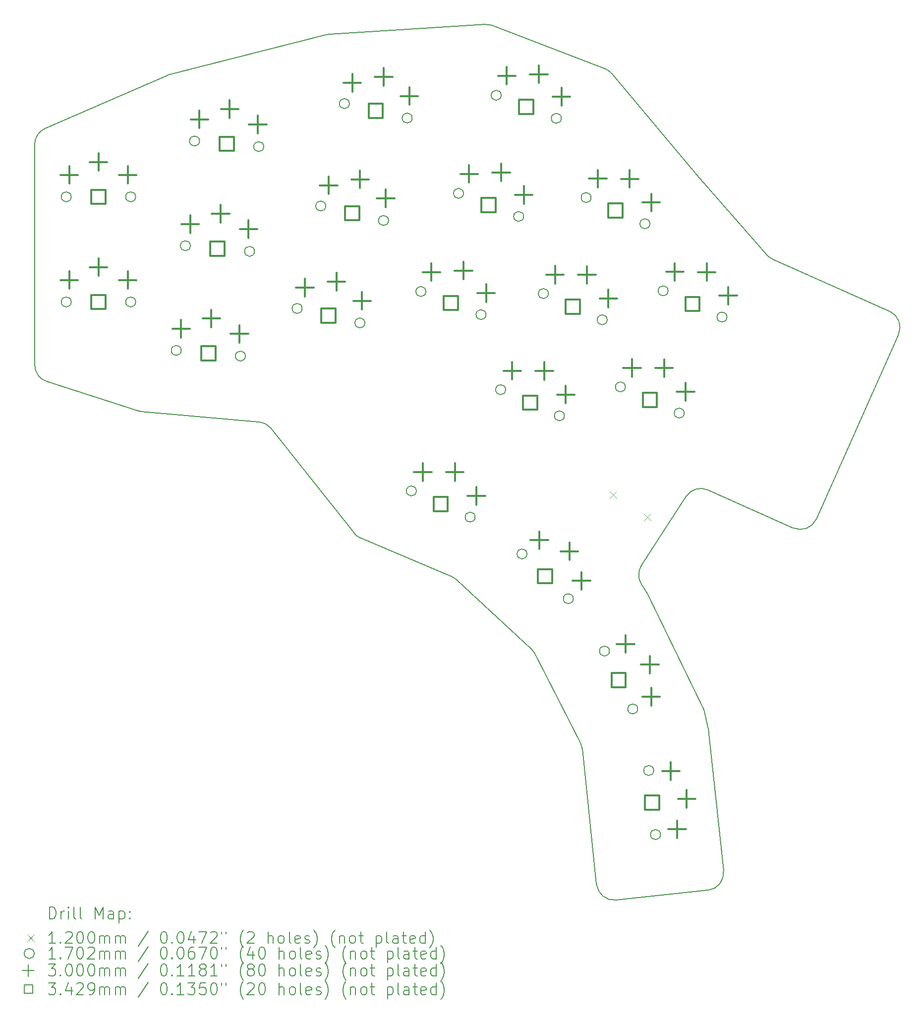
<source format=gbr>
%TF.GenerationSoftware,KiCad,Pcbnew,8.0.4*%
%TF.CreationDate,2024-09-06T09:16:47-06:00*%
%TF.ProjectId,swallowtail_split_rev2,7377616c-6c6f-4777-9461-696c5f73706c,v1.0.0*%
%TF.SameCoordinates,Original*%
%TF.FileFunction,Drillmap*%
%TF.FilePolarity,Positive*%
%FSLAX45Y45*%
G04 Gerber Fmt 4.5, Leading zero omitted, Abs format (unit mm)*
G04 Created by KiCad (PCBNEW 8.0.4) date 2024-09-06 09:16:47*
%MOMM*%
%LPD*%
G01*
G04 APERTURE LIST*
%ADD10C,0.150000*%
%ADD11C,0.200000*%
%ADD12C,0.120000*%
%ADD13C,0.170180*%
%ADD14C,0.300000*%
%ADD15C,0.342900*%
G04 APERTURE END LIST*
D10*
X16127241Y-12952285D02*
X17387389Y-14121776D01*
X14477746Y-12237126D02*
G75*
G02*
X14359083Y-12146897I116554J276427D01*
G01*
X18642834Y-4217733D02*
G75*
G02*
X18764857Y-4304638I-107514J-280077D01*
G01*
X17387389Y-14121776D02*
G75*
G02*
X17450289Y-14204835I-204079J-219894D01*
G01*
X18264429Y-15837533D02*
X18507357Y-18148829D01*
X20035673Y-11526356D02*
G75*
G02*
X20409552Y-11415289I251857J-162994D01*
G01*
X12738182Y-10250724D02*
G75*
G02*
X12947259Y-10363380I-26142J-298856D01*
G01*
X13892539Y-3641010D02*
G75*
G02*
X13947818Y-3632381I73711J-290820D01*
G01*
X8910000Y-5516600D02*
X8910000Y-9276679D01*
X11175810Y-4333690D02*
X9090262Y-5241532D01*
X19273437Y-13024671D02*
G75*
G02*
X19275202Y-12701449I253623J160231D01*
G01*
X22261249Y-11911322D02*
X23664491Y-8759590D01*
X21517193Y-7475161D02*
G75*
G02*
X21413539Y-7398756I122027J274061D01*
G01*
X18642834Y-4217733D02*
X16740712Y-3487576D01*
X19275205Y-12701451D02*
X20035673Y-11526356D01*
X20409554Y-11415285D02*
X21865165Y-12063364D01*
X19376740Y-13188192D02*
X19273437Y-13024671D01*
X20675414Y-17920957D02*
G75*
G02*
X20408417Y-18250675I-298354J-31363D01*
G01*
X16614770Y-3468217D02*
G75*
G02*
X16740711Y-3487577I18430J-299433D01*
G01*
X13892539Y-3641010D02*
X11221837Y-4317955D01*
X9117741Y-9562140D02*
X10662997Y-10061556D01*
X20675414Y-17920957D02*
X20428357Y-15570368D01*
X17450290Y-14204835D02*
X18233049Y-15732056D01*
X16039726Y-12895748D02*
G75*
G02*
X16127242Y-12952284I-116556J-276432D01*
G01*
X18837072Y-18415827D02*
G75*
G02*
X18507353Y-18148830I-31362J298357D01*
G01*
X23512448Y-8363505D02*
G75*
G02*
X23664493Y-8759591I-122018J-274065D01*
G01*
X23512448Y-8363505D02*
X21517193Y-7475160D01*
X20325363Y-15129048D02*
G75*
G02*
X20348858Y-15196741I-269643J-131512D01*
G01*
X11175810Y-4333690D02*
G75*
G02*
X11221837Y-4317954I119740J-275060D01*
G01*
X18837072Y-18415827D02*
X20408416Y-18250672D01*
X20272360Y-6095833D02*
G75*
G02*
X20268504Y-6091342I225540J197543D01*
G01*
X20325363Y-15129048D02*
X19392750Y-13216908D01*
X20268504Y-6091342D02*
X18764857Y-4304637D01*
X12947257Y-10363381D02*
X14359084Y-12146897D01*
X20423134Y-15537909D02*
X20348858Y-15196741D01*
X19376740Y-13188192D02*
G75*
G02*
X19392750Y-13216908I-253650J-160238D01*
G01*
X9117741Y-9562140D02*
G75*
G02*
X8910001Y-9276679I92259J285460D01*
G01*
X8910000Y-5516600D02*
G75*
G02*
X9090262Y-5241531I300000J0D01*
G01*
X21413537Y-7398758D02*
X20272360Y-6095833D01*
X18233049Y-15732056D02*
G75*
G02*
X18264429Y-15837533I-266979J-136834D01*
G01*
X10729109Y-10074952D02*
G75*
G02*
X10662996Y-10061556I26141J298852D01*
G01*
X16614770Y-3468217D02*
X13947818Y-3632380D01*
X22261249Y-11911322D02*
G75*
G02*
X21865167Y-12063358I-274059J122022D01*
G01*
X14477746Y-12237126D02*
X16039726Y-12895748D01*
X10729109Y-10074952D02*
X12738182Y-10250724D01*
X20423134Y-15537909D02*
G75*
G02*
X20428357Y-15570368I-293104J-63811D01*
G01*
D11*
D12*
X18729126Y-11441991D02*
X18849126Y-11561991D01*
X18849126Y-11441991D02*
X18729126Y-11561991D01*
X19316195Y-11823239D02*
X19436195Y-11943239D01*
X19436195Y-11823239D02*
X19316195Y-11943239D01*
D13*
X9535090Y-6410000D02*
G75*
G02*
X9364910Y-6410000I-85090J0D01*
G01*
X9364910Y-6410000D02*
G75*
G02*
X9535090Y-6410000I85090J0D01*
G01*
X9535090Y-8205000D02*
G75*
G02*
X9364910Y-8205000I-85090J0D01*
G01*
X9364910Y-8205000D02*
G75*
G02*
X9535090Y-8205000I85090J0D01*
G01*
X10635090Y-6410000D02*
G75*
G02*
X10464910Y-6410000I-85090J0D01*
G01*
X10464910Y-6410000D02*
G75*
G02*
X10635090Y-6410000I85090J0D01*
G01*
X10635090Y-8205000D02*
G75*
G02*
X10464910Y-8205000I-85090J0D01*
G01*
X10464910Y-8205000D02*
G75*
G02*
X10635090Y-8205000I85090J0D01*
G01*
X11413330Y-9033206D02*
G75*
G02*
X11243150Y-9033206I-85090J0D01*
G01*
X11243150Y-9033206D02*
G75*
G02*
X11413330Y-9033206I85090J0D01*
G01*
X11569774Y-7245036D02*
G75*
G02*
X11399594Y-7245036I-85090J0D01*
G01*
X11399594Y-7245036D02*
G75*
G02*
X11569774Y-7245036I85090J0D01*
G01*
X11726219Y-5456867D02*
G75*
G02*
X11556039Y-5456867I-85090J0D01*
G01*
X11556039Y-5456867D02*
G75*
G02*
X11726219Y-5456867I85090J0D01*
G01*
X12509144Y-9129077D02*
G75*
G02*
X12338964Y-9129077I-85090J0D01*
G01*
X12338964Y-9129077D02*
G75*
G02*
X12509144Y-9129077I85090J0D01*
G01*
X12665588Y-7340908D02*
G75*
G02*
X12495408Y-7340908I-85090J0D01*
G01*
X12495408Y-7340908D02*
G75*
G02*
X12665588Y-7340908I85090J0D01*
G01*
X12822033Y-5552738D02*
G75*
G02*
X12651853Y-5552738I-85090J0D01*
G01*
X12651853Y-5552738D02*
G75*
G02*
X12822033Y-5552738I85090J0D01*
G01*
X13478254Y-8315632D02*
G75*
G02*
X13308074Y-8315632I-85090J0D01*
G01*
X13308074Y-8315632D02*
G75*
G02*
X13478254Y-8315632I85090J0D01*
G01*
X13882041Y-6566638D02*
G75*
G02*
X13711861Y-6566638I-85090J0D01*
G01*
X13711861Y-6566638D02*
G75*
G02*
X13882041Y-6566638I85090J0D01*
G01*
X14285828Y-4817644D02*
G75*
G02*
X14115648Y-4817644I-85090J0D01*
G01*
X14115648Y-4817644D02*
G75*
G02*
X14285828Y-4817644I85090J0D01*
G01*
X14550061Y-8563078D02*
G75*
G02*
X14379881Y-8563078I-85090J0D01*
G01*
X14379881Y-8563078D02*
G75*
G02*
X14550061Y-8563078I85090J0D01*
G01*
X14953848Y-6814084D02*
G75*
G02*
X14783668Y-6814084I-85090J0D01*
G01*
X14783668Y-6814084D02*
G75*
G02*
X14953848Y-6814084I85090J0D01*
G01*
X15357635Y-5065090D02*
G75*
G02*
X15187455Y-5065090I-85090J0D01*
G01*
X15187455Y-5065090D02*
G75*
G02*
X15357635Y-5065090I85090J0D01*
G01*
X15428591Y-11431103D02*
G75*
G02*
X15258411Y-11431103I-85090J0D01*
G01*
X15258411Y-11431103D02*
G75*
G02*
X15428591Y-11431103I85090J0D01*
G01*
X15591906Y-8026886D02*
G75*
G02*
X15421726Y-8026886I-85090J0D01*
G01*
X15421726Y-8026886D02*
G75*
G02*
X15591906Y-8026886I85090J0D01*
G01*
X16235176Y-6351110D02*
G75*
G02*
X16064996Y-6351110I-85090J0D01*
G01*
X16064996Y-6351110D02*
G75*
G02*
X16235176Y-6351110I85090J0D01*
G01*
X16433491Y-11878513D02*
G75*
G02*
X16263311Y-11878513I-85090J0D01*
G01*
X16263311Y-11878513D02*
G75*
G02*
X16433491Y-11878513I85090J0D01*
G01*
X16618844Y-8421091D02*
G75*
G02*
X16448664Y-8421091I-85090J0D01*
G01*
X16448664Y-8421091D02*
G75*
G02*
X16618844Y-8421091I85090J0D01*
G01*
X16878447Y-4675333D02*
G75*
G02*
X16708267Y-4675333I-85090J0D01*
G01*
X16708267Y-4675333D02*
G75*
G02*
X16878447Y-4675333I85090J0D01*
G01*
X16953758Y-9701951D02*
G75*
G02*
X16783578Y-9701951I-85090J0D01*
G01*
X16783578Y-9701951D02*
G75*
G02*
X16953758Y-9701951I85090J0D01*
G01*
X17262115Y-6745314D02*
G75*
G02*
X17091935Y-6745314I-85090J0D01*
G01*
X17091935Y-6745314D02*
G75*
G02*
X17262115Y-6745314I85090J0D01*
G01*
X17319179Y-12507336D02*
G75*
G02*
X17148999Y-12507336I-85090J0D01*
G01*
X17148999Y-12507336D02*
G75*
G02*
X17319179Y-12507336I85090J0D01*
G01*
X17683850Y-8062137D02*
G75*
G02*
X17513670Y-8062137I-85090J0D01*
G01*
X17513670Y-8062137D02*
G75*
G02*
X17683850Y-8062137I85090J0D01*
G01*
X17905385Y-5069538D02*
G75*
G02*
X17735205Y-5069538I-85090J0D01*
G01*
X17735205Y-5069538D02*
G75*
G02*
X17905385Y-5069538I85090J0D01*
G01*
X17958658Y-10149362D02*
G75*
G02*
X17788478Y-10149362I-85090J0D01*
G01*
X17788478Y-10149362D02*
G75*
G02*
X17958658Y-10149362I85090J0D01*
G01*
X18110453Y-13271460D02*
G75*
G02*
X17940273Y-13271460I-85090J0D01*
G01*
X17940273Y-13271460D02*
G75*
G02*
X18110453Y-13271460I85090J0D01*
G01*
X18413943Y-6422323D02*
G75*
G02*
X18243763Y-6422323I-85090J0D01*
G01*
X18243763Y-6422323D02*
G75*
G02*
X18413943Y-6422323I85090J0D01*
G01*
X18688750Y-8509548D02*
G75*
G02*
X18518570Y-8509548I-85090J0D01*
G01*
X18518570Y-8509548D02*
G75*
G02*
X18688750Y-8509548I85090J0D01*
G01*
X18727658Y-14165284D02*
G75*
G02*
X18557478Y-14165284I-85090J0D01*
G01*
X18557478Y-14165284D02*
G75*
G02*
X18727658Y-14165284I85090J0D01*
G01*
X18999712Y-9655062D02*
G75*
G02*
X18829532Y-9655062I-85090J0D01*
G01*
X18829532Y-9655062D02*
G75*
G02*
X18999712Y-9655062I85090J0D01*
G01*
X19209866Y-15153957D02*
G75*
G02*
X19039686Y-15153957I-85090J0D01*
G01*
X19039686Y-15153957D02*
G75*
G02*
X19209866Y-15153957I85090J0D01*
G01*
X19418843Y-6869733D02*
G75*
G02*
X19248663Y-6869733I-85090J0D01*
G01*
X19248663Y-6869733D02*
G75*
G02*
X19418843Y-6869733I85090J0D01*
G01*
X19484143Y-16204973D02*
G75*
G02*
X19313963Y-16204973I-85090J0D01*
G01*
X19313963Y-16204973D02*
G75*
G02*
X19484143Y-16204973I85090J0D01*
G01*
X19599124Y-17298947D02*
G75*
G02*
X19428944Y-17298947I-85090J0D01*
G01*
X19428944Y-17298947D02*
G75*
G02*
X19599124Y-17298947I85090J0D01*
G01*
X19729804Y-8015248D02*
G75*
G02*
X19559624Y-8015248I-85090J0D01*
G01*
X19559624Y-8015248D02*
G75*
G02*
X19729804Y-8015248I85090J0D01*
G01*
X20004612Y-10102472D02*
G75*
G02*
X19834432Y-10102472I-85090J0D01*
G01*
X19834432Y-10102472D02*
G75*
G02*
X20004612Y-10102472I85090J0D01*
G01*
X20734704Y-8462658D02*
G75*
G02*
X20564524Y-8462658I-85090J0D01*
G01*
X20564524Y-8462658D02*
G75*
G02*
X20734704Y-8462658I85090J0D01*
G01*
D14*
X9500000Y-5885000D02*
X9500000Y-6185000D01*
X9350000Y-6035000D02*
X9650000Y-6035000D01*
X9500000Y-7680000D02*
X9500000Y-7980000D01*
X9350000Y-7830000D02*
X9650000Y-7830000D01*
X10000000Y-5665000D02*
X10000000Y-5965000D01*
X9850000Y-5815000D02*
X10150000Y-5815000D01*
X10000000Y-5665000D02*
X10000000Y-5965000D01*
X9850000Y-5815000D02*
X10150000Y-5815000D01*
X10000000Y-7460000D02*
X10000000Y-7760000D01*
X9850000Y-7610000D02*
X10150000Y-7610000D01*
X10000000Y-7460000D02*
X10000000Y-7760000D01*
X9850000Y-7610000D02*
X10150000Y-7610000D01*
X10500000Y-5885000D02*
X10500000Y-6185000D01*
X10350000Y-6035000D02*
X10650000Y-6035000D01*
X10500000Y-7680000D02*
X10500000Y-7980000D01*
X10350000Y-7830000D02*
X10650000Y-7830000D01*
X11410733Y-8513991D02*
X11410733Y-8813991D01*
X11260733Y-8663991D02*
X11560733Y-8663991D01*
X11567177Y-6725821D02*
X11567177Y-7025821D01*
X11417177Y-6875821D02*
X11717177Y-6875821D01*
X11723622Y-4937652D02*
X11723622Y-5237652D01*
X11573622Y-5087652D02*
X11873622Y-5087652D01*
X11928004Y-8338406D02*
X11928004Y-8638406D01*
X11778004Y-8488406D02*
X12078004Y-8488406D01*
X11928004Y-8338406D02*
X11928004Y-8638406D01*
X11778004Y-8488406D02*
X12078004Y-8488406D01*
X12084449Y-6550236D02*
X12084449Y-6850236D01*
X11934449Y-6700236D02*
X12234449Y-6700236D01*
X12084449Y-6550236D02*
X12084449Y-6850236D01*
X11934449Y-6700236D02*
X12234449Y-6700236D01*
X12240893Y-4762067D02*
X12240893Y-5062067D01*
X12090893Y-4912067D02*
X12390893Y-4912067D01*
X12240893Y-4762067D02*
X12240893Y-5062067D01*
X12090893Y-4912067D02*
X12390893Y-4912067D01*
X12406928Y-8601147D02*
X12406928Y-8901147D01*
X12256928Y-8751147D02*
X12556928Y-8751147D01*
X12563372Y-6812977D02*
X12563372Y-7112977D01*
X12413372Y-6962977D02*
X12713372Y-6962977D01*
X12719817Y-5024808D02*
X12719817Y-5324808D01*
X12569817Y-5174808D02*
X12869817Y-5174808D01*
X13526239Y-7811491D02*
X13526239Y-8111491D01*
X13376239Y-7961491D02*
X13676239Y-7961491D01*
X13930026Y-6062497D02*
X13930026Y-6362497D01*
X13780026Y-6212497D02*
X14080026Y-6212497D01*
X14062913Y-7709605D02*
X14062913Y-8009605D01*
X13912913Y-7859605D02*
X14212913Y-7859605D01*
X14062913Y-7709605D02*
X14062913Y-8009605D01*
X13912913Y-7859605D02*
X14212913Y-7859605D01*
X14333813Y-4313502D02*
X14333813Y-4613502D01*
X14183813Y-4463502D02*
X14483813Y-4463502D01*
X14466700Y-5960611D02*
X14466700Y-6260611D01*
X14316700Y-6110611D02*
X14616700Y-6110611D01*
X14466700Y-5960611D02*
X14466700Y-6260611D01*
X14316700Y-6110611D02*
X14616700Y-6110611D01*
X14500609Y-8036442D02*
X14500609Y-8336442D01*
X14350609Y-8186442D02*
X14650609Y-8186442D01*
X14870487Y-4211616D02*
X14870487Y-4511616D01*
X14720487Y-4361616D02*
X15020487Y-4361616D01*
X14870487Y-4211616D02*
X14870487Y-4511616D01*
X14720487Y-4361616D02*
X15020487Y-4361616D01*
X14904396Y-6287448D02*
X14904396Y-6587448D01*
X14754396Y-6437448D02*
X15054396Y-6437448D01*
X15308183Y-4538453D02*
X15308183Y-4838453D01*
X15158183Y-4688453D02*
X15458183Y-4688453D01*
X15541704Y-10958860D02*
X15541704Y-11258860D01*
X15391704Y-11108860D02*
X15691704Y-11108860D01*
X15687883Y-7544712D02*
X15687883Y-7844712D01*
X15537883Y-7694712D02*
X15837883Y-7694712D01*
X16087959Y-10961249D02*
X16087959Y-11261249D01*
X15937959Y-11111249D02*
X16237959Y-11111249D01*
X16087959Y-10961249D02*
X16087959Y-11261249D01*
X15937959Y-11111249D02*
X16237959Y-11111249D01*
X16233514Y-7518508D02*
X16233514Y-7818508D01*
X16083514Y-7668508D02*
X16383514Y-7668508D01*
X16233514Y-7518508D02*
X16233514Y-7818508D01*
X16083514Y-7668508D02*
X16383514Y-7668508D01*
X16331153Y-5868935D02*
X16331153Y-6168935D01*
X16181153Y-6018935D02*
X16481153Y-6018935D01*
X16455250Y-11365597D02*
X16455250Y-11665597D01*
X16305250Y-11515597D02*
X16605250Y-11515597D01*
X16621463Y-7903080D02*
X16621463Y-8203080D01*
X16471463Y-8053080D02*
X16771463Y-8053080D01*
X16876784Y-5842732D02*
X16876784Y-6142732D01*
X16726784Y-5992732D02*
X17026784Y-5992732D01*
X16876784Y-5842732D02*
X16876784Y-6142732D01*
X16726784Y-5992732D02*
X17026784Y-5992732D01*
X16974424Y-4193159D02*
X16974424Y-4493159D01*
X16824424Y-4343159D02*
X17124424Y-4343159D01*
X17066872Y-9229709D02*
X17066872Y-9529709D01*
X16916872Y-9379709D02*
X17216872Y-9379709D01*
X17264734Y-6227303D02*
X17264734Y-6527303D01*
X17114734Y-6377303D02*
X17414734Y-6377303D01*
X17520055Y-4166955D02*
X17520055Y-4466955D01*
X17370055Y-4316955D02*
X17670055Y-4316955D01*
X17520055Y-4166955D02*
X17520055Y-4466955D01*
X17370055Y-4316955D02*
X17670055Y-4316955D01*
X17530553Y-12122317D02*
X17530553Y-12422317D01*
X17380553Y-12272317D02*
X17680553Y-12272317D01*
X17613126Y-9232097D02*
X17613126Y-9532097D01*
X17463126Y-9382097D02*
X17763126Y-9382097D01*
X17613126Y-9232097D02*
X17613126Y-9532097D01*
X17463126Y-9382097D02*
X17763126Y-9382097D01*
X17796964Y-7589894D02*
X17796964Y-7889894D01*
X17646964Y-7739894D02*
X17946964Y-7739894D01*
X17908004Y-4551527D02*
X17908004Y-4851527D01*
X17758004Y-4701527D02*
X18058004Y-4701527D01*
X17980417Y-9636445D02*
X17980417Y-9936445D01*
X17830417Y-9786445D02*
X18130417Y-9786445D01*
X18043048Y-12311391D02*
X18043048Y-12611391D01*
X17893048Y-12461391D02*
X18193048Y-12461391D01*
X18043048Y-12311391D02*
X18043048Y-12611391D01*
X17893048Y-12461391D02*
X18193048Y-12461391D01*
X18249893Y-12816975D02*
X18249893Y-13116975D01*
X18099893Y-12966975D02*
X18399893Y-12966975D01*
X18343219Y-7592283D02*
X18343219Y-7892283D01*
X18193219Y-7742283D02*
X18493219Y-7742283D01*
X18343219Y-7592283D02*
X18343219Y-7892283D01*
X18193219Y-7742283D02*
X18493219Y-7742283D01*
X18527056Y-5950080D02*
X18527056Y-6250080D01*
X18377056Y-6100080D02*
X18677056Y-6100080D01*
X18710509Y-7996631D02*
X18710509Y-8296631D01*
X18560509Y-8146631D02*
X18860509Y-8146631D01*
X19001534Y-13895834D02*
X19001534Y-14195834D01*
X18851534Y-14045834D02*
X19151534Y-14045834D01*
X19073311Y-5952469D02*
X19073311Y-6252469D01*
X18923311Y-6102469D02*
X19223311Y-6102469D01*
X19073311Y-5952469D02*
X19073311Y-6252469D01*
X18923311Y-6102469D02*
X19223311Y-6102469D01*
X19112825Y-9182819D02*
X19112825Y-9482819D01*
X18962825Y-9332819D02*
X19262825Y-9332819D01*
X19418454Y-14248790D02*
X19418454Y-14548790D01*
X19268454Y-14398790D02*
X19568454Y-14398790D01*
X19418454Y-14248790D02*
X19418454Y-14548790D01*
X19268454Y-14398790D02*
X19568454Y-14398790D01*
X19439905Y-14794628D02*
X19439905Y-15094628D01*
X19289905Y-14944628D02*
X19589905Y-14944628D01*
X19440602Y-6356817D02*
X19440602Y-6656817D01*
X19290602Y-6506817D02*
X19590602Y-6506817D01*
X19659080Y-9185207D02*
X19659080Y-9485207D01*
X19509080Y-9335207D02*
X19809080Y-9335207D01*
X19659080Y-9185207D02*
X19659080Y-9485207D01*
X19509080Y-9335207D02*
X19809080Y-9335207D01*
X19777225Y-16065501D02*
X19777225Y-16365501D01*
X19627225Y-16215501D02*
X19927225Y-16215501D01*
X19842917Y-7543005D02*
X19842917Y-7843005D01*
X19692917Y-7693005D02*
X19992917Y-7693005D01*
X19881754Y-17060023D02*
X19881754Y-17360023D01*
X19731754Y-17210023D02*
X20031754Y-17210023D01*
X20026371Y-9589556D02*
X20026371Y-9889556D01*
X19876371Y-9739556D02*
X20176371Y-9739556D01*
X20048284Y-16539766D02*
X20048284Y-16839766D01*
X19898284Y-16689766D02*
X20198284Y-16689766D01*
X20048284Y-16539766D02*
X20048284Y-16839766D01*
X19898284Y-16689766D02*
X20198284Y-16689766D01*
X20389172Y-7545393D02*
X20389172Y-7845393D01*
X20239172Y-7695393D02*
X20539172Y-7695393D01*
X20389172Y-7545393D02*
X20389172Y-7845393D01*
X20239172Y-7695393D02*
X20539172Y-7695393D01*
X20756463Y-7949742D02*
X20756463Y-8249742D01*
X20606463Y-8099742D02*
X20906463Y-8099742D01*
D15*
X10121235Y-6531235D02*
X10121235Y-6288765D01*
X9878765Y-6288765D01*
X9878765Y-6531235D01*
X10121235Y-6531235D01*
X10121235Y-8326235D02*
X10121235Y-8083765D01*
X9878765Y-8083765D01*
X9878765Y-8326235D01*
X10121235Y-8326235D01*
X11997381Y-9202376D02*
X11997381Y-8959907D01*
X11754912Y-8959907D01*
X11754912Y-9202376D01*
X11997381Y-9202376D01*
X12153826Y-7414207D02*
X12153826Y-7171737D01*
X11911357Y-7171737D01*
X11911357Y-7414207D01*
X12153826Y-7414207D01*
X12310270Y-5626037D02*
X12310270Y-5383568D01*
X12067801Y-5383568D01*
X12067801Y-5626037D01*
X12310270Y-5626037D01*
X14050302Y-8560590D02*
X14050302Y-8318120D01*
X13807833Y-8318120D01*
X13807833Y-8560590D01*
X14050302Y-8560590D01*
X14454089Y-6811595D02*
X14454089Y-6569126D01*
X14211620Y-6569126D01*
X14211620Y-6811595D01*
X14454089Y-6811595D01*
X14857876Y-5062601D02*
X14857876Y-4820132D01*
X14615407Y-4820132D01*
X14615407Y-5062601D01*
X14857876Y-5062601D01*
X15967186Y-11776043D02*
X15967186Y-11533573D01*
X15724716Y-11533573D01*
X15724716Y-11776043D01*
X15967186Y-11776043D01*
X16141519Y-8345223D02*
X16141519Y-8102754D01*
X15899050Y-8102754D01*
X15899050Y-8345223D01*
X16141519Y-8345223D01*
X16784790Y-6669447D02*
X16784790Y-6426977D01*
X16542321Y-6426977D01*
X16542321Y-6669447D01*
X16784790Y-6669447D01*
X17428060Y-4993670D02*
X17428060Y-4751201D01*
X17185591Y-4751201D01*
X17185591Y-4993670D01*
X17428060Y-4993670D01*
X17492353Y-10046891D02*
X17492353Y-9804422D01*
X17249883Y-9804422D01*
X17249883Y-10046891D01*
X17492353Y-10046891D01*
X17750961Y-13010633D02*
X17750961Y-12768164D01*
X17508492Y-12768164D01*
X17508492Y-13010633D01*
X17750961Y-13010633D01*
X18222445Y-8407077D02*
X18222445Y-8164608D01*
X17979976Y-8164608D01*
X17979976Y-8407077D01*
X18222445Y-8407077D01*
X18952537Y-6767263D02*
X18952537Y-6524794D01*
X18710068Y-6524794D01*
X18710068Y-6767263D01*
X18952537Y-6767263D01*
X19004906Y-14780855D02*
X19004906Y-14538386D01*
X18762437Y-14538386D01*
X18762437Y-14780855D01*
X19004906Y-14780855D01*
X19538306Y-10000002D02*
X19538306Y-9757532D01*
X19295837Y-9757532D01*
X19295837Y-10000002D01*
X19538306Y-10000002D01*
X19577778Y-16873195D02*
X19577778Y-16630725D01*
X19335309Y-16630725D01*
X19335309Y-16873195D01*
X19577778Y-16873195D01*
X20268399Y-8360187D02*
X20268399Y-8117718D01*
X20025929Y-8117718D01*
X20025929Y-8360187D01*
X20268399Y-8360187D01*
D11*
X9163277Y-18736455D02*
X9163277Y-18536455D01*
X9163277Y-18536455D02*
X9210896Y-18536455D01*
X9210896Y-18536455D02*
X9239467Y-18545979D01*
X9239467Y-18545979D02*
X9258515Y-18565026D01*
X9258515Y-18565026D02*
X9268039Y-18584074D01*
X9268039Y-18584074D02*
X9277563Y-18622169D01*
X9277563Y-18622169D02*
X9277563Y-18650741D01*
X9277563Y-18650741D02*
X9268039Y-18688836D01*
X9268039Y-18688836D02*
X9258515Y-18707883D01*
X9258515Y-18707883D02*
X9239467Y-18726931D01*
X9239467Y-18726931D02*
X9210896Y-18736455D01*
X9210896Y-18736455D02*
X9163277Y-18736455D01*
X9363277Y-18736455D02*
X9363277Y-18603121D01*
X9363277Y-18641217D02*
X9372801Y-18622169D01*
X9372801Y-18622169D02*
X9382324Y-18612645D01*
X9382324Y-18612645D02*
X9401372Y-18603121D01*
X9401372Y-18603121D02*
X9420420Y-18603121D01*
X9487086Y-18736455D02*
X9487086Y-18603121D01*
X9487086Y-18536455D02*
X9477563Y-18545979D01*
X9477563Y-18545979D02*
X9487086Y-18555502D01*
X9487086Y-18555502D02*
X9496610Y-18545979D01*
X9496610Y-18545979D02*
X9487086Y-18536455D01*
X9487086Y-18536455D02*
X9487086Y-18555502D01*
X9610896Y-18736455D02*
X9591848Y-18726931D01*
X9591848Y-18726931D02*
X9582324Y-18707883D01*
X9582324Y-18707883D02*
X9582324Y-18536455D01*
X9715658Y-18736455D02*
X9696610Y-18726931D01*
X9696610Y-18726931D02*
X9687086Y-18707883D01*
X9687086Y-18707883D02*
X9687086Y-18536455D01*
X9944229Y-18736455D02*
X9944229Y-18536455D01*
X9944229Y-18536455D02*
X10010896Y-18679312D01*
X10010896Y-18679312D02*
X10077563Y-18536455D01*
X10077563Y-18536455D02*
X10077563Y-18736455D01*
X10258515Y-18736455D02*
X10258515Y-18631693D01*
X10258515Y-18631693D02*
X10248991Y-18612645D01*
X10248991Y-18612645D02*
X10229944Y-18603121D01*
X10229944Y-18603121D02*
X10191848Y-18603121D01*
X10191848Y-18603121D02*
X10172801Y-18612645D01*
X10258515Y-18726931D02*
X10239467Y-18736455D01*
X10239467Y-18736455D02*
X10191848Y-18736455D01*
X10191848Y-18736455D02*
X10172801Y-18726931D01*
X10172801Y-18726931D02*
X10163277Y-18707883D01*
X10163277Y-18707883D02*
X10163277Y-18688836D01*
X10163277Y-18688836D02*
X10172801Y-18669788D01*
X10172801Y-18669788D02*
X10191848Y-18660264D01*
X10191848Y-18660264D02*
X10239467Y-18660264D01*
X10239467Y-18660264D02*
X10258515Y-18650741D01*
X10353753Y-18603121D02*
X10353753Y-18803121D01*
X10353753Y-18612645D02*
X10372801Y-18603121D01*
X10372801Y-18603121D02*
X10410896Y-18603121D01*
X10410896Y-18603121D02*
X10429944Y-18612645D01*
X10429944Y-18612645D02*
X10439467Y-18622169D01*
X10439467Y-18622169D02*
X10448991Y-18641217D01*
X10448991Y-18641217D02*
X10448991Y-18698360D01*
X10448991Y-18698360D02*
X10439467Y-18717407D01*
X10439467Y-18717407D02*
X10429944Y-18726931D01*
X10429944Y-18726931D02*
X10410896Y-18736455D01*
X10410896Y-18736455D02*
X10372801Y-18736455D01*
X10372801Y-18736455D02*
X10353753Y-18726931D01*
X10534705Y-18717407D02*
X10544229Y-18726931D01*
X10544229Y-18726931D02*
X10534705Y-18736455D01*
X10534705Y-18736455D02*
X10525182Y-18726931D01*
X10525182Y-18726931D02*
X10534705Y-18717407D01*
X10534705Y-18717407D02*
X10534705Y-18736455D01*
X10534705Y-18612645D02*
X10544229Y-18622169D01*
X10544229Y-18622169D02*
X10534705Y-18631693D01*
X10534705Y-18631693D02*
X10525182Y-18622169D01*
X10525182Y-18622169D02*
X10534705Y-18612645D01*
X10534705Y-18612645D02*
X10534705Y-18631693D01*
D12*
X8782500Y-19004971D02*
X8902500Y-19124971D01*
X8902500Y-19004971D02*
X8782500Y-19124971D01*
D11*
X9268039Y-19156455D02*
X9153753Y-19156455D01*
X9210896Y-19156455D02*
X9210896Y-18956455D01*
X9210896Y-18956455D02*
X9191848Y-18985026D01*
X9191848Y-18985026D02*
X9172801Y-19004074D01*
X9172801Y-19004074D02*
X9153753Y-19013598D01*
X9353753Y-19137407D02*
X9363277Y-19146931D01*
X9363277Y-19146931D02*
X9353753Y-19156455D01*
X9353753Y-19156455D02*
X9344229Y-19146931D01*
X9344229Y-19146931D02*
X9353753Y-19137407D01*
X9353753Y-19137407D02*
X9353753Y-19156455D01*
X9439467Y-18975502D02*
X9448991Y-18965979D01*
X9448991Y-18965979D02*
X9468039Y-18956455D01*
X9468039Y-18956455D02*
X9515658Y-18956455D01*
X9515658Y-18956455D02*
X9534705Y-18965979D01*
X9534705Y-18965979D02*
X9544229Y-18975502D01*
X9544229Y-18975502D02*
X9553753Y-18994550D01*
X9553753Y-18994550D02*
X9553753Y-19013598D01*
X9553753Y-19013598D02*
X9544229Y-19042169D01*
X9544229Y-19042169D02*
X9429944Y-19156455D01*
X9429944Y-19156455D02*
X9553753Y-19156455D01*
X9677563Y-18956455D02*
X9696610Y-18956455D01*
X9696610Y-18956455D02*
X9715658Y-18965979D01*
X9715658Y-18965979D02*
X9725182Y-18975502D01*
X9725182Y-18975502D02*
X9734705Y-18994550D01*
X9734705Y-18994550D02*
X9744229Y-19032645D01*
X9744229Y-19032645D02*
X9744229Y-19080264D01*
X9744229Y-19080264D02*
X9734705Y-19118360D01*
X9734705Y-19118360D02*
X9725182Y-19137407D01*
X9725182Y-19137407D02*
X9715658Y-19146931D01*
X9715658Y-19146931D02*
X9696610Y-19156455D01*
X9696610Y-19156455D02*
X9677563Y-19156455D01*
X9677563Y-19156455D02*
X9658515Y-19146931D01*
X9658515Y-19146931D02*
X9648991Y-19137407D01*
X9648991Y-19137407D02*
X9639467Y-19118360D01*
X9639467Y-19118360D02*
X9629944Y-19080264D01*
X9629944Y-19080264D02*
X9629944Y-19032645D01*
X9629944Y-19032645D02*
X9639467Y-18994550D01*
X9639467Y-18994550D02*
X9648991Y-18975502D01*
X9648991Y-18975502D02*
X9658515Y-18965979D01*
X9658515Y-18965979D02*
X9677563Y-18956455D01*
X9868039Y-18956455D02*
X9887086Y-18956455D01*
X9887086Y-18956455D02*
X9906134Y-18965979D01*
X9906134Y-18965979D02*
X9915658Y-18975502D01*
X9915658Y-18975502D02*
X9925182Y-18994550D01*
X9925182Y-18994550D02*
X9934705Y-19032645D01*
X9934705Y-19032645D02*
X9934705Y-19080264D01*
X9934705Y-19080264D02*
X9925182Y-19118360D01*
X9925182Y-19118360D02*
X9915658Y-19137407D01*
X9915658Y-19137407D02*
X9906134Y-19146931D01*
X9906134Y-19146931D02*
X9887086Y-19156455D01*
X9887086Y-19156455D02*
X9868039Y-19156455D01*
X9868039Y-19156455D02*
X9848991Y-19146931D01*
X9848991Y-19146931D02*
X9839467Y-19137407D01*
X9839467Y-19137407D02*
X9829944Y-19118360D01*
X9829944Y-19118360D02*
X9820420Y-19080264D01*
X9820420Y-19080264D02*
X9820420Y-19032645D01*
X9820420Y-19032645D02*
X9829944Y-18994550D01*
X9829944Y-18994550D02*
X9839467Y-18975502D01*
X9839467Y-18975502D02*
X9848991Y-18965979D01*
X9848991Y-18965979D02*
X9868039Y-18956455D01*
X10020420Y-19156455D02*
X10020420Y-19023121D01*
X10020420Y-19042169D02*
X10029944Y-19032645D01*
X10029944Y-19032645D02*
X10048991Y-19023121D01*
X10048991Y-19023121D02*
X10077563Y-19023121D01*
X10077563Y-19023121D02*
X10096610Y-19032645D01*
X10096610Y-19032645D02*
X10106134Y-19051693D01*
X10106134Y-19051693D02*
X10106134Y-19156455D01*
X10106134Y-19051693D02*
X10115658Y-19032645D01*
X10115658Y-19032645D02*
X10134705Y-19023121D01*
X10134705Y-19023121D02*
X10163277Y-19023121D01*
X10163277Y-19023121D02*
X10182325Y-19032645D01*
X10182325Y-19032645D02*
X10191848Y-19051693D01*
X10191848Y-19051693D02*
X10191848Y-19156455D01*
X10287086Y-19156455D02*
X10287086Y-19023121D01*
X10287086Y-19042169D02*
X10296610Y-19032645D01*
X10296610Y-19032645D02*
X10315658Y-19023121D01*
X10315658Y-19023121D02*
X10344229Y-19023121D01*
X10344229Y-19023121D02*
X10363277Y-19032645D01*
X10363277Y-19032645D02*
X10372801Y-19051693D01*
X10372801Y-19051693D02*
X10372801Y-19156455D01*
X10372801Y-19051693D02*
X10382325Y-19032645D01*
X10382325Y-19032645D02*
X10401372Y-19023121D01*
X10401372Y-19023121D02*
X10429944Y-19023121D01*
X10429944Y-19023121D02*
X10448991Y-19032645D01*
X10448991Y-19032645D02*
X10458515Y-19051693D01*
X10458515Y-19051693D02*
X10458515Y-19156455D01*
X10848991Y-18946931D02*
X10677563Y-19204074D01*
X11106134Y-18956455D02*
X11125182Y-18956455D01*
X11125182Y-18956455D02*
X11144229Y-18965979D01*
X11144229Y-18965979D02*
X11153753Y-18975502D01*
X11153753Y-18975502D02*
X11163277Y-18994550D01*
X11163277Y-18994550D02*
X11172801Y-19032645D01*
X11172801Y-19032645D02*
X11172801Y-19080264D01*
X11172801Y-19080264D02*
X11163277Y-19118360D01*
X11163277Y-19118360D02*
X11153753Y-19137407D01*
X11153753Y-19137407D02*
X11144229Y-19146931D01*
X11144229Y-19146931D02*
X11125182Y-19156455D01*
X11125182Y-19156455D02*
X11106134Y-19156455D01*
X11106134Y-19156455D02*
X11087087Y-19146931D01*
X11087087Y-19146931D02*
X11077563Y-19137407D01*
X11077563Y-19137407D02*
X11068039Y-19118360D01*
X11068039Y-19118360D02*
X11058515Y-19080264D01*
X11058515Y-19080264D02*
X11058515Y-19032645D01*
X11058515Y-19032645D02*
X11068039Y-18994550D01*
X11068039Y-18994550D02*
X11077563Y-18975502D01*
X11077563Y-18975502D02*
X11087087Y-18965979D01*
X11087087Y-18965979D02*
X11106134Y-18956455D01*
X11258515Y-19137407D02*
X11268039Y-19146931D01*
X11268039Y-19146931D02*
X11258515Y-19156455D01*
X11258515Y-19156455D02*
X11248991Y-19146931D01*
X11248991Y-19146931D02*
X11258515Y-19137407D01*
X11258515Y-19137407D02*
X11258515Y-19156455D01*
X11391848Y-18956455D02*
X11410896Y-18956455D01*
X11410896Y-18956455D02*
X11429944Y-18965979D01*
X11429944Y-18965979D02*
X11439467Y-18975502D01*
X11439467Y-18975502D02*
X11448991Y-18994550D01*
X11448991Y-18994550D02*
X11458515Y-19032645D01*
X11458515Y-19032645D02*
X11458515Y-19080264D01*
X11458515Y-19080264D02*
X11448991Y-19118360D01*
X11448991Y-19118360D02*
X11439467Y-19137407D01*
X11439467Y-19137407D02*
X11429944Y-19146931D01*
X11429944Y-19146931D02*
X11410896Y-19156455D01*
X11410896Y-19156455D02*
X11391848Y-19156455D01*
X11391848Y-19156455D02*
X11372801Y-19146931D01*
X11372801Y-19146931D02*
X11363277Y-19137407D01*
X11363277Y-19137407D02*
X11353753Y-19118360D01*
X11353753Y-19118360D02*
X11344229Y-19080264D01*
X11344229Y-19080264D02*
X11344229Y-19032645D01*
X11344229Y-19032645D02*
X11353753Y-18994550D01*
X11353753Y-18994550D02*
X11363277Y-18975502D01*
X11363277Y-18975502D02*
X11372801Y-18965979D01*
X11372801Y-18965979D02*
X11391848Y-18956455D01*
X11629944Y-19023121D02*
X11629944Y-19156455D01*
X11582325Y-18946931D02*
X11534706Y-19089788D01*
X11534706Y-19089788D02*
X11658515Y-19089788D01*
X11715658Y-18956455D02*
X11848991Y-18956455D01*
X11848991Y-18956455D02*
X11763277Y-19156455D01*
X11915658Y-18975502D02*
X11925182Y-18965979D01*
X11925182Y-18965979D02*
X11944229Y-18956455D01*
X11944229Y-18956455D02*
X11991848Y-18956455D01*
X11991848Y-18956455D02*
X12010896Y-18965979D01*
X12010896Y-18965979D02*
X12020420Y-18975502D01*
X12020420Y-18975502D02*
X12029944Y-18994550D01*
X12029944Y-18994550D02*
X12029944Y-19013598D01*
X12029944Y-19013598D02*
X12020420Y-19042169D01*
X12020420Y-19042169D02*
X11906134Y-19156455D01*
X11906134Y-19156455D02*
X12029944Y-19156455D01*
X12106134Y-18956455D02*
X12106134Y-18994550D01*
X12182325Y-18956455D02*
X12182325Y-18994550D01*
X12477563Y-19232645D02*
X12468039Y-19223121D01*
X12468039Y-19223121D02*
X12448991Y-19194550D01*
X12448991Y-19194550D02*
X12439468Y-19175502D01*
X12439468Y-19175502D02*
X12429944Y-19146931D01*
X12429944Y-19146931D02*
X12420420Y-19099312D01*
X12420420Y-19099312D02*
X12420420Y-19061217D01*
X12420420Y-19061217D02*
X12429944Y-19013598D01*
X12429944Y-19013598D02*
X12439468Y-18985026D01*
X12439468Y-18985026D02*
X12448991Y-18965979D01*
X12448991Y-18965979D02*
X12468039Y-18937407D01*
X12468039Y-18937407D02*
X12477563Y-18927883D01*
X12544229Y-18975502D02*
X12553753Y-18965979D01*
X12553753Y-18965979D02*
X12572801Y-18956455D01*
X12572801Y-18956455D02*
X12620420Y-18956455D01*
X12620420Y-18956455D02*
X12639468Y-18965979D01*
X12639468Y-18965979D02*
X12648991Y-18975502D01*
X12648991Y-18975502D02*
X12658515Y-18994550D01*
X12658515Y-18994550D02*
X12658515Y-19013598D01*
X12658515Y-19013598D02*
X12648991Y-19042169D01*
X12648991Y-19042169D02*
X12534706Y-19156455D01*
X12534706Y-19156455D02*
X12658515Y-19156455D01*
X12896610Y-19156455D02*
X12896610Y-18956455D01*
X12982325Y-19156455D02*
X12982325Y-19051693D01*
X12982325Y-19051693D02*
X12972801Y-19032645D01*
X12972801Y-19032645D02*
X12953753Y-19023121D01*
X12953753Y-19023121D02*
X12925182Y-19023121D01*
X12925182Y-19023121D02*
X12906134Y-19032645D01*
X12906134Y-19032645D02*
X12896610Y-19042169D01*
X13106134Y-19156455D02*
X13087087Y-19146931D01*
X13087087Y-19146931D02*
X13077563Y-19137407D01*
X13077563Y-19137407D02*
X13068039Y-19118360D01*
X13068039Y-19118360D02*
X13068039Y-19061217D01*
X13068039Y-19061217D02*
X13077563Y-19042169D01*
X13077563Y-19042169D02*
X13087087Y-19032645D01*
X13087087Y-19032645D02*
X13106134Y-19023121D01*
X13106134Y-19023121D02*
X13134706Y-19023121D01*
X13134706Y-19023121D02*
X13153753Y-19032645D01*
X13153753Y-19032645D02*
X13163277Y-19042169D01*
X13163277Y-19042169D02*
X13172801Y-19061217D01*
X13172801Y-19061217D02*
X13172801Y-19118360D01*
X13172801Y-19118360D02*
X13163277Y-19137407D01*
X13163277Y-19137407D02*
X13153753Y-19146931D01*
X13153753Y-19146931D02*
X13134706Y-19156455D01*
X13134706Y-19156455D02*
X13106134Y-19156455D01*
X13287087Y-19156455D02*
X13268039Y-19146931D01*
X13268039Y-19146931D02*
X13258515Y-19127883D01*
X13258515Y-19127883D02*
X13258515Y-18956455D01*
X13439468Y-19146931D02*
X13420420Y-19156455D01*
X13420420Y-19156455D02*
X13382325Y-19156455D01*
X13382325Y-19156455D02*
X13363277Y-19146931D01*
X13363277Y-19146931D02*
X13353753Y-19127883D01*
X13353753Y-19127883D02*
X13353753Y-19051693D01*
X13353753Y-19051693D02*
X13363277Y-19032645D01*
X13363277Y-19032645D02*
X13382325Y-19023121D01*
X13382325Y-19023121D02*
X13420420Y-19023121D01*
X13420420Y-19023121D02*
X13439468Y-19032645D01*
X13439468Y-19032645D02*
X13448991Y-19051693D01*
X13448991Y-19051693D02*
X13448991Y-19070741D01*
X13448991Y-19070741D02*
X13353753Y-19089788D01*
X13525182Y-19146931D02*
X13544230Y-19156455D01*
X13544230Y-19156455D02*
X13582325Y-19156455D01*
X13582325Y-19156455D02*
X13601372Y-19146931D01*
X13601372Y-19146931D02*
X13610896Y-19127883D01*
X13610896Y-19127883D02*
X13610896Y-19118360D01*
X13610896Y-19118360D02*
X13601372Y-19099312D01*
X13601372Y-19099312D02*
X13582325Y-19089788D01*
X13582325Y-19089788D02*
X13553753Y-19089788D01*
X13553753Y-19089788D02*
X13534706Y-19080264D01*
X13534706Y-19080264D02*
X13525182Y-19061217D01*
X13525182Y-19061217D02*
X13525182Y-19051693D01*
X13525182Y-19051693D02*
X13534706Y-19032645D01*
X13534706Y-19032645D02*
X13553753Y-19023121D01*
X13553753Y-19023121D02*
X13582325Y-19023121D01*
X13582325Y-19023121D02*
X13601372Y-19032645D01*
X13677563Y-19232645D02*
X13687087Y-19223121D01*
X13687087Y-19223121D02*
X13706134Y-19194550D01*
X13706134Y-19194550D02*
X13715658Y-19175502D01*
X13715658Y-19175502D02*
X13725182Y-19146931D01*
X13725182Y-19146931D02*
X13734706Y-19099312D01*
X13734706Y-19099312D02*
X13734706Y-19061217D01*
X13734706Y-19061217D02*
X13725182Y-19013598D01*
X13725182Y-19013598D02*
X13715658Y-18985026D01*
X13715658Y-18985026D02*
X13706134Y-18965979D01*
X13706134Y-18965979D02*
X13687087Y-18937407D01*
X13687087Y-18937407D02*
X13677563Y-18927883D01*
X14039468Y-19232645D02*
X14029944Y-19223121D01*
X14029944Y-19223121D02*
X14010896Y-19194550D01*
X14010896Y-19194550D02*
X14001372Y-19175502D01*
X14001372Y-19175502D02*
X13991849Y-19146931D01*
X13991849Y-19146931D02*
X13982325Y-19099312D01*
X13982325Y-19099312D02*
X13982325Y-19061217D01*
X13982325Y-19061217D02*
X13991849Y-19013598D01*
X13991849Y-19013598D02*
X14001372Y-18985026D01*
X14001372Y-18985026D02*
X14010896Y-18965979D01*
X14010896Y-18965979D02*
X14029944Y-18937407D01*
X14029944Y-18937407D02*
X14039468Y-18927883D01*
X14115658Y-19023121D02*
X14115658Y-19156455D01*
X14115658Y-19042169D02*
X14125182Y-19032645D01*
X14125182Y-19032645D02*
X14144230Y-19023121D01*
X14144230Y-19023121D02*
X14172801Y-19023121D01*
X14172801Y-19023121D02*
X14191849Y-19032645D01*
X14191849Y-19032645D02*
X14201372Y-19051693D01*
X14201372Y-19051693D02*
X14201372Y-19156455D01*
X14325182Y-19156455D02*
X14306134Y-19146931D01*
X14306134Y-19146931D02*
X14296611Y-19137407D01*
X14296611Y-19137407D02*
X14287087Y-19118360D01*
X14287087Y-19118360D02*
X14287087Y-19061217D01*
X14287087Y-19061217D02*
X14296611Y-19042169D01*
X14296611Y-19042169D02*
X14306134Y-19032645D01*
X14306134Y-19032645D02*
X14325182Y-19023121D01*
X14325182Y-19023121D02*
X14353753Y-19023121D01*
X14353753Y-19023121D02*
X14372801Y-19032645D01*
X14372801Y-19032645D02*
X14382325Y-19042169D01*
X14382325Y-19042169D02*
X14391849Y-19061217D01*
X14391849Y-19061217D02*
X14391849Y-19118360D01*
X14391849Y-19118360D02*
X14382325Y-19137407D01*
X14382325Y-19137407D02*
X14372801Y-19146931D01*
X14372801Y-19146931D02*
X14353753Y-19156455D01*
X14353753Y-19156455D02*
X14325182Y-19156455D01*
X14448992Y-19023121D02*
X14525182Y-19023121D01*
X14477563Y-18956455D02*
X14477563Y-19127883D01*
X14477563Y-19127883D02*
X14487087Y-19146931D01*
X14487087Y-19146931D02*
X14506134Y-19156455D01*
X14506134Y-19156455D02*
X14525182Y-19156455D01*
X14744230Y-19023121D02*
X14744230Y-19223121D01*
X14744230Y-19032645D02*
X14763277Y-19023121D01*
X14763277Y-19023121D02*
X14801373Y-19023121D01*
X14801373Y-19023121D02*
X14820420Y-19032645D01*
X14820420Y-19032645D02*
X14829944Y-19042169D01*
X14829944Y-19042169D02*
X14839468Y-19061217D01*
X14839468Y-19061217D02*
X14839468Y-19118360D01*
X14839468Y-19118360D02*
X14829944Y-19137407D01*
X14829944Y-19137407D02*
X14820420Y-19146931D01*
X14820420Y-19146931D02*
X14801373Y-19156455D01*
X14801373Y-19156455D02*
X14763277Y-19156455D01*
X14763277Y-19156455D02*
X14744230Y-19146931D01*
X14953753Y-19156455D02*
X14934706Y-19146931D01*
X14934706Y-19146931D02*
X14925182Y-19127883D01*
X14925182Y-19127883D02*
X14925182Y-18956455D01*
X15115658Y-19156455D02*
X15115658Y-19051693D01*
X15115658Y-19051693D02*
X15106134Y-19032645D01*
X15106134Y-19032645D02*
X15087087Y-19023121D01*
X15087087Y-19023121D02*
X15048992Y-19023121D01*
X15048992Y-19023121D02*
X15029944Y-19032645D01*
X15115658Y-19146931D02*
X15096611Y-19156455D01*
X15096611Y-19156455D02*
X15048992Y-19156455D01*
X15048992Y-19156455D02*
X15029944Y-19146931D01*
X15029944Y-19146931D02*
X15020420Y-19127883D01*
X15020420Y-19127883D02*
X15020420Y-19108836D01*
X15020420Y-19108836D02*
X15029944Y-19089788D01*
X15029944Y-19089788D02*
X15048992Y-19080264D01*
X15048992Y-19080264D02*
X15096611Y-19080264D01*
X15096611Y-19080264D02*
X15115658Y-19070741D01*
X15182325Y-19023121D02*
X15258515Y-19023121D01*
X15210896Y-18956455D02*
X15210896Y-19127883D01*
X15210896Y-19127883D02*
X15220420Y-19146931D01*
X15220420Y-19146931D02*
X15239468Y-19156455D01*
X15239468Y-19156455D02*
X15258515Y-19156455D01*
X15401373Y-19146931D02*
X15382325Y-19156455D01*
X15382325Y-19156455D02*
X15344230Y-19156455D01*
X15344230Y-19156455D02*
X15325182Y-19146931D01*
X15325182Y-19146931D02*
X15315658Y-19127883D01*
X15315658Y-19127883D02*
X15315658Y-19051693D01*
X15315658Y-19051693D02*
X15325182Y-19032645D01*
X15325182Y-19032645D02*
X15344230Y-19023121D01*
X15344230Y-19023121D02*
X15382325Y-19023121D01*
X15382325Y-19023121D02*
X15401373Y-19032645D01*
X15401373Y-19032645D02*
X15410896Y-19051693D01*
X15410896Y-19051693D02*
X15410896Y-19070741D01*
X15410896Y-19070741D02*
X15315658Y-19089788D01*
X15582325Y-19156455D02*
X15582325Y-18956455D01*
X15582325Y-19146931D02*
X15563277Y-19156455D01*
X15563277Y-19156455D02*
X15525182Y-19156455D01*
X15525182Y-19156455D02*
X15506134Y-19146931D01*
X15506134Y-19146931D02*
X15496611Y-19137407D01*
X15496611Y-19137407D02*
X15487087Y-19118360D01*
X15487087Y-19118360D02*
X15487087Y-19061217D01*
X15487087Y-19061217D02*
X15496611Y-19042169D01*
X15496611Y-19042169D02*
X15506134Y-19032645D01*
X15506134Y-19032645D02*
X15525182Y-19023121D01*
X15525182Y-19023121D02*
X15563277Y-19023121D01*
X15563277Y-19023121D02*
X15582325Y-19032645D01*
X15658515Y-19232645D02*
X15668039Y-19223121D01*
X15668039Y-19223121D02*
X15687087Y-19194550D01*
X15687087Y-19194550D02*
X15696611Y-19175502D01*
X15696611Y-19175502D02*
X15706134Y-19146931D01*
X15706134Y-19146931D02*
X15715658Y-19099312D01*
X15715658Y-19099312D02*
X15715658Y-19061217D01*
X15715658Y-19061217D02*
X15706134Y-19013598D01*
X15706134Y-19013598D02*
X15696611Y-18985026D01*
X15696611Y-18985026D02*
X15687087Y-18965979D01*
X15687087Y-18965979D02*
X15668039Y-18937407D01*
X15668039Y-18937407D02*
X15658515Y-18927883D01*
D13*
X8902500Y-19328971D02*
G75*
G02*
X8732320Y-19328971I-85090J0D01*
G01*
X8732320Y-19328971D02*
G75*
G02*
X8902500Y-19328971I85090J0D01*
G01*
D11*
X9268039Y-19420455D02*
X9153753Y-19420455D01*
X9210896Y-19420455D02*
X9210896Y-19220455D01*
X9210896Y-19220455D02*
X9191848Y-19249026D01*
X9191848Y-19249026D02*
X9172801Y-19268074D01*
X9172801Y-19268074D02*
X9153753Y-19277598D01*
X9353753Y-19401407D02*
X9363277Y-19410931D01*
X9363277Y-19410931D02*
X9353753Y-19420455D01*
X9353753Y-19420455D02*
X9344229Y-19410931D01*
X9344229Y-19410931D02*
X9353753Y-19401407D01*
X9353753Y-19401407D02*
X9353753Y-19420455D01*
X9429944Y-19220455D02*
X9563277Y-19220455D01*
X9563277Y-19220455D02*
X9477563Y-19420455D01*
X9677563Y-19220455D02*
X9696610Y-19220455D01*
X9696610Y-19220455D02*
X9715658Y-19229979D01*
X9715658Y-19229979D02*
X9725182Y-19239502D01*
X9725182Y-19239502D02*
X9734705Y-19258550D01*
X9734705Y-19258550D02*
X9744229Y-19296645D01*
X9744229Y-19296645D02*
X9744229Y-19344264D01*
X9744229Y-19344264D02*
X9734705Y-19382360D01*
X9734705Y-19382360D02*
X9725182Y-19401407D01*
X9725182Y-19401407D02*
X9715658Y-19410931D01*
X9715658Y-19410931D02*
X9696610Y-19420455D01*
X9696610Y-19420455D02*
X9677563Y-19420455D01*
X9677563Y-19420455D02*
X9658515Y-19410931D01*
X9658515Y-19410931D02*
X9648991Y-19401407D01*
X9648991Y-19401407D02*
X9639467Y-19382360D01*
X9639467Y-19382360D02*
X9629944Y-19344264D01*
X9629944Y-19344264D02*
X9629944Y-19296645D01*
X9629944Y-19296645D02*
X9639467Y-19258550D01*
X9639467Y-19258550D02*
X9648991Y-19239502D01*
X9648991Y-19239502D02*
X9658515Y-19229979D01*
X9658515Y-19229979D02*
X9677563Y-19220455D01*
X9820420Y-19239502D02*
X9829944Y-19229979D01*
X9829944Y-19229979D02*
X9848991Y-19220455D01*
X9848991Y-19220455D02*
X9896610Y-19220455D01*
X9896610Y-19220455D02*
X9915658Y-19229979D01*
X9915658Y-19229979D02*
X9925182Y-19239502D01*
X9925182Y-19239502D02*
X9934705Y-19258550D01*
X9934705Y-19258550D02*
X9934705Y-19277598D01*
X9934705Y-19277598D02*
X9925182Y-19306169D01*
X9925182Y-19306169D02*
X9810896Y-19420455D01*
X9810896Y-19420455D02*
X9934705Y-19420455D01*
X10020420Y-19420455D02*
X10020420Y-19287121D01*
X10020420Y-19306169D02*
X10029944Y-19296645D01*
X10029944Y-19296645D02*
X10048991Y-19287121D01*
X10048991Y-19287121D02*
X10077563Y-19287121D01*
X10077563Y-19287121D02*
X10096610Y-19296645D01*
X10096610Y-19296645D02*
X10106134Y-19315693D01*
X10106134Y-19315693D02*
X10106134Y-19420455D01*
X10106134Y-19315693D02*
X10115658Y-19296645D01*
X10115658Y-19296645D02*
X10134705Y-19287121D01*
X10134705Y-19287121D02*
X10163277Y-19287121D01*
X10163277Y-19287121D02*
X10182325Y-19296645D01*
X10182325Y-19296645D02*
X10191848Y-19315693D01*
X10191848Y-19315693D02*
X10191848Y-19420455D01*
X10287086Y-19420455D02*
X10287086Y-19287121D01*
X10287086Y-19306169D02*
X10296610Y-19296645D01*
X10296610Y-19296645D02*
X10315658Y-19287121D01*
X10315658Y-19287121D02*
X10344229Y-19287121D01*
X10344229Y-19287121D02*
X10363277Y-19296645D01*
X10363277Y-19296645D02*
X10372801Y-19315693D01*
X10372801Y-19315693D02*
X10372801Y-19420455D01*
X10372801Y-19315693D02*
X10382325Y-19296645D01*
X10382325Y-19296645D02*
X10401372Y-19287121D01*
X10401372Y-19287121D02*
X10429944Y-19287121D01*
X10429944Y-19287121D02*
X10448991Y-19296645D01*
X10448991Y-19296645D02*
X10458515Y-19315693D01*
X10458515Y-19315693D02*
X10458515Y-19420455D01*
X10848991Y-19210931D02*
X10677563Y-19468074D01*
X11106134Y-19220455D02*
X11125182Y-19220455D01*
X11125182Y-19220455D02*
X11144229Y-19229979D01*
X11144229Y-19229979D02*
X11153753Y-19239502D01*
X11153753Y-19239502D02*
X11163277Y-19258550D01*
X11163277Y-19258550D02*
X11172801Y-19296645D01*
X11172801Y-19296645D02*
X11172801Y-19344264D01*
X11172801Y-19344264D02*
X11163277Y-19382360D01*
X11163277Y-19382360D02*
X11153753Y-19401407D01*
X11153753Y-19401407D02*
X11144229Y-19410931D01*
X11144229Y-19410931D02*
X11125182Y-19420455D01*
X11125182Y-19420455D02*
X11106134Y-19420455D01*
X11106134Y-19420455D02*
X11087087Y-19410931D01*
X11087087Y-19410931D02*
X11077563Y-19401407D01*
X11077563Y-19401407D02*
X11068039Y-19382360D01*
X11068039Y-19382360D02*
X11058515Y-19344264D01*
X11058515Y-19344264D02*
X11058515Y-19296645D01*
X11058515Y-19296645D02*
X11068039Y-19258550D01*
X11068039Y-19258550D02*
X11077563Y-19239502D01*
X11077563Y-19239502D02*
X11087087Y-19229979D01*
X11087087Y-19229979D02*
X11106134Y-19220455D01*
X11258515Y-19401407D02*
X11268039Y-19410931D01*
X11268039Y-19410931D02*
X11258515Y-19420455D01*
X11258515Y-19420455D02*
X11248991Y-19410931D01*
X11248991Y-19410931D02*
X11258515Y-19401407D01*
X11258515Y-19401407D02*
X11258515Y-19420455D01*
X11391848Y-19220455D02*
X11410896Y-19220455D01*
X11410896Y-19220455D02*
X11429944Y-19229979D01*
X11429944Y-19229979D02*
X11439467Y-19239502D01*
X11439467Y-19239502D02*
X11448991Y-19258550D01*
X11448991Y-19258550D02*
X11458515Y-19296645D01*
X11458515Y-19296645D02*
X11458515Y-19344264D01*
X11458515Y-19344264D02*
X11448991Y-19382360D01*
X11448991Y-19382360D02*
X11439467Y-19401407D01*
X11439467Y-19401407D02*
X11429944Y-19410931D01*
X11429944Y-19410931D02*
X11410896Y-19420455D01*
X11410896Y-19420455D02*
X11391848Y-19420455D01*
X11391848Y-19420455D02*
X11372801Y-19410931D01*
X11372801Y-19410931D02*
X11363277Y-19401407D01*
X11363277Y-19401407D02*
X11353753Y-19382360D01*
X11353753Y-19382360D02*
X11344229Y-19344264D01*
X11344229Y-19344264D02*
X11344229Y-19296645D01*
X11344229Y-19296645D02*
X11353753Y-19258550D01*
X11353753Y-19258550D02*
X11363277Y-19239502D01*
X11363277Y-19239502D02*
X11372801Y-19229979D01*
X11372801Y-19229979D02*
X11391848Y-19220455D01*
X11629944Y-19220455D02*
X11591848Y-19220455D01*
X11591848Y-19220455D02*
X11572801Y-19229979D01*
X11572801Y-19229979D02*
X11563277Y-19239502D01*
X11563277Y-19239502D02*
X11544229Y-19268074D01*
X11544229Y-19268074D02*
X11534706Y-19306169D01*
X11534706Y-19306169D02*
X11534706Y-19382360D01*
X11534706Y-19382360D02*
X11544229Y-19401407D01*
X11544229Y-19401407D02*
X11553753Y-19410931D01*
X11553753Y-19410931D02*
X11572801Y-19420455D01*
X11572801Y-19420455D02*
X11610896Y-19420455D01*
X11610896Y-19420455D02*
X11629944Y-19410931D01*
X11629944Y-19410931D02*
X11639467Y-19401407D01*
X11639467Y-19401407D02*
X11648991Y-19382360D01*
X11648991Y-19382360D02*
X11648991Y-19334741D01*
X11648991Y-19334741D02*
X11639467Y-19315693D01*
X11639467Y-19315693D02*
X11629944Y-19306169D01*
X11629944Y-19306169D02*
X11610896Y-19296645D01*
X11610896Y-19296645D02*
X11572801Y-19296645D01*
X11572801Y-19296645D02*
X11553753Y-19306169D01*
X11553753Y-19306169D02*
X11544229Y-19315693D01*
X11544229Y-19315693D02*
X11534706Y-19334741D01*
X11715658Y-19220455D02*
X11848991Y-19220455D01*
X11848991Y-19220455D02*
X11763277Y-19420455D01*
X11963277Y-19220455D02*
X11982325Y-19220455D01*
X11982325Y-19220455D02*
X12001372Y-19229979D01*
X12001372Y-19229979D02*
X12010896Y-19239502D01*
X12010896Y-19239502D02*
X12020420Y-19258550D01*
X12020420Y-19258550D02*
X12029944Y-19296645D01*
X12029944Y-19296645D02*
X12029944Y-19344264D01*
X12029944Y-19344264D02*
X12020420Y-19382360D01*
X12020420Y-19382360D02*
X12010896Y-19401407D01*
X12010896Y-19401407D02*
X12001372Y-19410931D01*
X12001372Y-19410931D02*
X11982325Y-19420455D01*
X11982325Y-19420455D02*
X11963277Y-19420455D01*
X11963277Y-19420455D02*
X11944229Y-19410931D01*
X11944229Y-19410931D02*
X11934706Y-19401407D01*
X11934706Y-19401407D02*
X11925182Y-19382360D01*
X11925182Y-19382360D02*
X11915658Y-19344264D01*
X11915658Y-19344264D02*
X11915658Y-19296645D01*
X11915658Y-19296645D02*
X11925182Y-19258550D01*
X11925182Y-19258550D02*
X11934706Y-19239502D01*
X11934706Y-19239502D02*
X11944229Y-19229979D01*
X11944229Y-19229979D02*
X11963277Y-19220455D01*
X12106134Y-19220455D02*
X12106134Y-19258550D01*
X12182325Y-19220455D02*
X12182325Y-19258550D01*
X12477563Y-19496645D02*
X12468039Y-19487121D01*
X12468039Y-19487121D02*
X12448991Y-19458550D01*
X12448991Y-19458550D02*
X12439468Y-19439502D01*
X12439468Y-19439502D02*
X12429944Y-19410931D01*
X12429944Y-19410931D02*
X12420420Y-19363312D01*
X12420420Y-19363312D02*
X12420420Y-19325217D01*
X12420420Y-19325217D02*
X12429944Y-19277598D01*
X12429944Y-19277598D02*
X12439468Y-19249026D01*
X12439468Y-19249026D02*
X12448991Y-19229979D01*
X12448991Y-19229979D02*
X12468039Y-19201407D01*
X12468039Y-19201407D02*
X12477563Y-19191883D01*
X12639468Y-19287121D02*
X12639468Y-19420455D01*
X12591848Y-19210931D02*
X12544229Y-19353788D01*
X12544229Y-19353788D02*
X12668039Y-19353788D01*
X12782325Y-19220455D02*
X12801372Y-19220455D01*
X12801372Y-19220455D02*
X12820420Y-19229979D01*
X12820420Y-19229979D02*
X12829944Y-19239502D01*
X12829944Y-19239502D02*
X12839468Y-19258550D01*
X12839468Y-19258550D02*
X12848991Y-19296645D01*
X12848991Y-19296645D02*
X12848991Y-19344264D01*
X12848991Y-19344264D02*
X12839468Y-19382360D01*
X12839468Y-19382360D02*
X12829944Y-19401407D01*
X12829944Y-19401407D02*
X12820420Y-19410931D01*
X12820420Y-19410931D02*
X12801372Y-19420455D01*
X12801372Y-19420455D02*
X12782325Y-19420455D01*
X12782325Y-19420455D02*
X12763277Y-19410931D01*
X12763277Y-19410931D02*
X12753753Y-19401407D01*
X12753753Y-19401407D02*
X12744229Y-19382360D01*
X12744229Y-19382360D02*
X12734706Y-19344264D01*
X12734706Y-19344264D02*
X12734706Y-19296645D01*
X12734706Y-19296645D02*
X12744229Y-19258550D01*
X12744229Y-19258550D02*
X12753753Y-19239502D01*
X12753753Y-19239502D02*
X12763277Y-19229979D01*
X12763277Y-19229979D02*
X12782325Y-19220455D01*
X13087087Y-19420455D02*
X13087087Y-19220455D01*
X13172801Y-19420455D02*
X13172801Y-19315693D01*
X13172801Y-19315693D02*
X13163277Y-19296645D01*
X13163277Y-19296645D02*
X13144230Y-19287121D01*
X13144230Y-19287121D02*
X13115658Y-19287121D01*
X13115658Y-19287121D02*
X13096610Y-19296645D01*
X13096610Y-19296645D02*
X13087087Y-19306169D01*
X13296610Y-19420455D02*
X13277563Y-19410931D01*
X13277563Y-19410931D02*
X13268039Y-19401407D01*
X13268039Y-19401407D02*
X13258515Y-19382360D01*
X13258515Y-19382360D02*
X13258515Y-19325217D01*
X13258515Y-19325217D02*
X13268039Y-19306169D01*
X13268039Y-19306169D02*
X13277563Y-19296645D01*
X13277563Y-19296645D02*
X13296610Y-19287121D01*
X13296610Y-19287121D02*
X13325182Y-19287121D01*
X13325182Y-19287121D02*
X13344230Y-19296645D01*
X13344230Y-19296645D02*
X13353753Y-19306169D01*
X13353753Y-19306169D02*
X13363277Y-19325217D01*
X13363277Y-19325217D02*
X13363277Y-19382360D01*
X13363277Y-19382360D02*
X13353753Y-19401407D01*
X13353753Y-19401407D02*
X13344230Y-19410931D01*
X13344230Y-19410931D02*
X13325182Y-19420455D01*
X13325182Y-19420455D02*
X13296610Y-19420455D01*
X13477563Y-19420455D02*
X13458515Y-19410931D01*
X13458515Y-19410931D02*
X13448991Y-19391883D01*
X13448991Y-19391883D02*
X13448991Y-19220455D01*
X13629944Y-19410931D02*
X13610896Y-19420455D01*
X13610896Y-19420455D02*
X13572801Y-19420455D01*
X13572801Y-19420455D02*
X13553753Y-19410931D01*
X13553753Y-19410931D02*
X13544230Y-19391883D01*
X13544230Y-19391883D02*
X13544230Y-19315693D01*
X13544230Y-19315693D02*
X13553753Y-19296645D01*
X13553753Y-19296645D02*
X13572801Y-19287121D01*
X13572801Y-19287121D02*
X13610896Y-19287121D01*
X13610896Y-19287121D02*
X13629944Y-19296645D01*
X13629944Y-19296645D02*
X13639468Y-19315693D01*
X13639468Y-19315693D02*
X13639468Y-19334741D01*
X13639468Y-19334741D02*
X13544230Y-19353788D01*
X13715658Y-19410931D02*
X13734706Y-19420455D01*
X13734706Y-19420455D02*
X13772801Y-19420455D01*
X13772801Y-19420455D02*
X13791849Y-19410931D01*
X13791849Y-19410931D02*
X13801372Y-19391883D01*
X13801372Y-19391883D02*
X13801372Y-19382360D01*
X13801372Y-19382360D02*
X13791849Y-19363312D01*
X13791849Y-19363312D02*
X13772801Y-19353788D01*
X13772801Y-19353788D02*
X13744230Y-19353788D01*
X13744230Y-19353788D02*
X13725182Y-19344264D01*
X13725182Y-19344264D02*
X13715658Y-19325217D01*
X13715658Y-19325217D02*
X13715658Y-19315693D01*
X13715658Y-19315693D02*
X13725182Y-19296645D01*
X13725182Y-19296645D02*
X13744230Y-19287121D01*
X13744230Y-19287121D02*
X13772801Y-19287121D01*
X13772801Y-19287121D02*
X13791849Y-19296645D01*
X13868039Y-19496645D02*
X13877563Y-19487121D01*
X13877563Y-19487121D02*
X13896611Y-19458550D01*
X13896611Y-19458550D02*
X13906134Y-19439502D01*
X13906134Y-19439502D02*
X13915658Y-19410931D01*
X13915658Y-19410931D02*
X13925182Y-19363312D01*
X13925182Y-19363312D02*
X13925182Y-19325217D01*
X13925182Y-19325217D02*
X13915658Y-19277598D01*
X13915658Y-19277598D02*
X13906134Y-19249026D01*
X13906134Y-19249026D02*
X13896611Y-19229979D01*
X13896611Y-19229979D02*
X13877563Y-19201407D01*
X13877563Y-19201407D02*
X13868039Y-19191883D01*
X14229944Y-19496645D02*
X14220420Y-19487121D01*
X14220420Y-19487121D02*
X14201372Y-19458550D01*
X14201372Y-19458550D02*
X14191849Y-19439502D01*
X14191849Y-19439502D02*
X14182325Y-19410931D01*
X14182325Y-19410931D02*
X14172801Y-19363312D01*
X14172801Y-19363312D02*
X14172801Y-19325217D01*
X14172801Y-19325217D02*
X14182325Y-19277598D01*
X14182325Y-19277598D02*
X14191849Y-19249026D01*
X14191849Y-19249026D02*
X14201372Y-19229979D01*
X14201372Y-19229979D02*
X14220420Y-19201407D01*
X14220420Y-19201407D02*
X14229944Y-19191883D01*
X14306134Y-19287121D02*
X14306134Y-19420455D01*
X14306134Y-19306169D02*
X14315658Y-19296645D01*
X14315658Y-19296645D02*
X14334706Y-19287121D01*
X14334706Y-19287121D02*
X14363277Y-19287121D01*
X14363277Y-19287121D02*
X14382325Y-19296645D01*
X14382325Y-19296645D02*
X14391849Y-19315693D01*
X14391849Y-19315693D02*
X14391849Y-19420455D01*
X14515658Y-19420455D02*
X14496611Y-19410931D01*
X14496611Y-19410931D02*
X14487087Y-19401407D01*
X14487087Y-19401407D02*
X14477563Y-19382360D01*
X14477563Y-19382360D02*
X14477563Y-19325217D01*
X14477563Y-19325217D02*
X14487087Y-19306169D01*
X14487087Y-19306169D02*
X14496611Y-19296645D01*
X14496611Y-19296645D02*
X14515658Y-19287121D01*
X14515658Y-19287121D02*
X14544230Y-19287121D01*
X14544230Y-19287121D02*
X14563277Y-19296645D01*
X14563277Y-19296645D02*
X14572801Y-19306169D01*
X14572801Y-19306169D02*
X14582325Y-19325217D01*
X14582325Y-19325217D02*
X14582325Y-19382360D01*
X14582325Y-19382360D02*
X14572801Y-19401407D01*
X14572801Y-19401407D02*
X14563277Y-19410931D01*
X14563277Y-19410931D02*
X14544230Y-19420455D01*
X14544230Y-19420455D02*
X14515658Y-19420455D01*
X14639468Y-19287121D02*
X14715658Y-19287121D01*
X14668039Y-19220455D02*
X14668039Y-19391883D01*
X14668039Y-19391883D02*
X14677563Y-19410931D01*
X14677563Y-19410931D02*
X14696611Y-19420455D01*
X14696611Y-19420455D02*
X14715658Y-19420455D01*
X14934706Y-19287121D02*
X14934706Y-19487121D01*
X14934706Y-19296645D02*
X14953753Y-19287121D01*
X14953753Y-19287121D02*
X14991849Y-19287121D01*
X14991849Y-19287121D02*
X15010896Y-19296645D01*
X15010896Y-19296645D02*
X15020420Y-19306169D01*
X15020420Y-19306169D02*
X15029944Y-19325217D01*
X15029944Y-19325217D02*
X15029944Y-19382360D01*
X15029944Y-19382360D02*
X15020420Y-19401407D01*
X15020420Y-19401407D02*
X15010896Y-19410931D01*
X15010896Y-19410931D02*
X14991849Y-19420455D01*
X14991849Y-19420455D02*
X14953753Y-19420455D01*
X14953753Y-19420455D02*
X14934706Y-19410931D01*
X15144230Y-19420455D02*
X15125182Y-19410931D01*
X15125182Y-19410931D02*
X15115658Y-19391883D01*
X15115658Y-19391883D02*
X15115658Y-19220455D01*
X15306134Y-19420455D02*
X15306134Y-19315693D01*
X15306134Y-19315693D02*
X15296611Y-19296645D01*
X15296611Y-19296645D02*
X15277563Y-19287121D01*
X15277563Y-19287121D02*
X15239468Y-19287121D01*
X15239468Y-19287121D02*
X15220420Y-19296645D01*
X15306134Y-19410931D02*
X15287087Y-19420455D01*
X15287087Y-19420455D02*
X15239468Y-19420455D01*
X15239468Y-19420455D02*
X15220420Y-19410931D01*
X15220420Y-19410931D02*
X15210896Y-19391883D01*
X15210896Y-19391883D02*
X15210896Y-19372836D01*
X15210896Y-19372836D02*
X15220420Y-19353788D01*
X15220420Y-19353788D02*
X15239468Y-19344264D01*
X15239468Y-19344264D02*
X15287087Y-19344264D01*
X15287087Y-19344264D02*
X15306134Y-19334741D01*
X15372801Y-19287121D02*
X15448992Y-19287121D01*
X15401373Y-19220455D02*
X15401373Y-19391883D01*
X15401373Y-19391883D02*
X15410896Y-19410931D01*
X15410896Y-19410931D02*
X15429944Y-19420455D01*
X15429944Y-19420455D02*
X15448992Y-19420455D01*
X15591849Y-19410931D02*
X15572801Y-19420455D01*
X15572801Y-19420455D02*
X15534706Y-19420455D01*
X15534706Y-19420455D02*
X15515658Y-19410931D01*
X15515658Y-19410931D02*
X15506134Y-19391883D01*
X15506134Y-19391883D02*
X15506134Y-19315693D01*
X15506134Y-19315693D02*
X15515658Y-19296645D01*
X15515658Y-19296645D02*
X15534706Y-19287121D01*
X15534706Y-19287121D02*
X15572801Y-19287121D01*
X15572801Y-19287121D02*
X15591849Y-19296645D01*
X15591849Y-19296645D02*
X15601373Y-19315693D01*
X15601373Y-19315693D02*
X15601373Y-19334741D01*
X15601373Y-19334741D02*
X15506134Y-19353788D01*
X15772801Y-19420455D02*
X15772801Y-19220455D01*
X15772801Y-19410931D02*
X15753754Y-19420455D01*
X15753754Y-19420455D02*
X15715658Y-19420455D01*
X15715658Y-19420455D02*
X15696611Y-19410931D01*
X15696611Y-19410931D02*
X15687087Y-19401407D01*
X15687087Y-19401407D02*
X15677563Y-19382360D01*
X15677563Y-19382360D02*
X15677563Y-19325217D01*
X15677563Y-19325217D02*
X15687087Y-19306169D01*
X15687087Y-19306169D02*
X15696611Y-19296645D01*
X15696611Y-19296645D02*
X15715658Y-19287121D01*
X15715658Y-19287121D02*
X15753754Y-19287121D01*
X15753754Y-19287121D02*
X15772801Y-19296645D01*
X15848992Y-19496645D02*
X15858515Y-19487121D01*
X15858515Y-19487121D02*
X15877563Y-19458550D01*
X15877563Y-19458550D02*
X15887087Y-19439502D01*
X15887087Y-19439502D02*
X15896611Y-19410931D01*
X15896611Y-19410931D02*
X15906134Y-19363312D01*
X15906134Y-19363312D02*
X15906134Y-19325217D01*
X15906134Y-19325217D02*
X15896611Y-19277598D01*
X15896611Y-19277598D02*
X15887087Y-19249026D01*
X15887087Y-19249026D02*
X15877563Y-19229979D01*
X15877563Y-19229979D02*
X15858515Y-19201407D01*
X15858515Y-19201407D02*
X15848992Y-19191883D01*
X8802500Y-19519151D02*
X8802500Y-19719151D01*
X8702500Y-19619151D02*
X8902500Y-19619151D01*
X9144229Y-19510635D02*
X9268039Y-19510635D01*
X9268039Y-19510635D02*
X9201372Y-19586825D01*
X9201372Y-19586825D02*
X9229944Y-19586825D01*
X9229944Y-19586825D02*
X9248991Y-19596349D01*
X9248991Y-19596349D02*
X9258515Y-19605873D01*
X9258515Y-19605873D02*
X9268039Y-19624921D01*
X9268039Y-19624921D02*
X9268039Y-19672540D01*
X9268039Y-19672540D02*
X9258515Y-19691587D01*
X9258515Y-19691587D02*
X9248991Y-19701111D01*
X9248991Y-19701111D02*
X9229944Y-19710635D01*
X9229944Y-19710635D02*
X9172801Y-19710635D01*
X9172801Y-19710635D02*
X9153753Y-19701111D01*
X9153753Y-19701111D02*
X9144229Y-19691587D01*
X9353753Y-19691587D02*
X9363277Y-19701111D01*
X9363277Y-19701111D02*
X9353753Y-19710635D01*
X9353753Y-19710635D02*
X9344229Y-19701111D01*
X9344229Y-19701111D02*
X9353753Y-19691587D01*
X9353753Y-19691587D02*
X9353753Y-19710635D01*
X9487086Y-19510635D02*
X9506134Y-19510635D01*
X9506134Y-19510635D02*
X9525182Y-19520159D01*
X9525182Y-19520159D02*
X9534705Y-19529682D01*
X9534705Y-19529682D02*
X9544229Y-19548730D01*
X9544229Y-19548730D02*
X9553753Y-19586825D01*
X9553753Y-19586825D02*
X9553753Y-19634444D01*
X9553753Y-19634444D02*
X9544229Y-19672540D01*
X9544229Y-19672540D02*
X9534705Y-19691587D01*
X9534705Y-19691587D02*
X9525182Y-19701111D01*
X9525182Y-19701111D02*
X9506134Y-19710635D01*
X9506134Y-19710635D02*
X9487086Y-19710635D01*
X9487086Y-19710635D02*
X9468039Y-19701111D01*
X9468039Y-19701111D02*
X9458515Y-19691587D01*
X9458515Y-19691587D02*
X9448991Y-19672540D01*
X9448991Y-19672540D02*
X9439467Y-19634444D01*
X9439467Y-19634444D02*
X9439467Y-19586825D01*
X9439467Y-19586825D02*
X9448991Y-19548730D01*
X9448991Y-19548730D02*
X9458515Y-19529682D01*
X9458515Y-19529682D02*
X9468039Y-19520159D01*
X9468039Y-19520159D02*
X9487086Y-19510635D01*
X9677563Y-19510635D02*
X9696610Y-19510635D01*
X9696610Y-19510635D02*
X9715658Y-19520159D01*
X9715658Y-19520159D02*
X9725182Y-19529682D01*
X9725182Y-19529682D02*
X9734705Y-19548730D01*
X9734705Y-19548730D02*
X9744229Y-19586825D01*
X9744229Y-19586825D02*
X9744229Y-19634444D01*
X9744229Y-19634444D02*
X9734705Y-19672540D01*
X9734705Y-19672540D02*
X9725182Y-19691587D01*
X9725182Y-19691587D02*
X9715658Y-19701111D01*
X9715658Y-19701111D02*
X9696610Y-19710635D01*
X9696610Y-19710635D02*
X9677563Y-19710635D01*
X9677563Y-19710635D02*
X9658515Y-19701111D01*
X9658515Y-19701111D02*
X9648991Y-19691587D01*
X9648991Y-19691587D02*
X9639467Y-19672540D01*
X9639467Y-19672540D02*
X9629944Y-19634444D01*
X9629944Y-19634444D02*
X9629944Y-19586825D01*
X9629944Y-19586825D02*
X9639467Y-19548730D01*
X9639467Y-19548730D02*
X9648991Y-19529682D01*
X9648991Y-19529682D02*
X9658515Y-19520159D01*
X9658515Y-19520159D02*
X9677563Y-19510635D01*
X9868039Y-19510635D02*
X9887086Y-19510635D01*
X9887086Y-19510635D02*
X9906134Y-19520159D01*
X9906134Y-19520159D02*
X9915658Y-19529682D01*
X9915658Y-19529682D02*
X9925182Y-19548730D01*
X9925182Y-19548730D02*
X9934705Y-19586825D01*
X9934705Y-19586825D02*
X9934705Y-19634444D01*
X9934705Y-19634444D02*
X9925182Y-19672540D01*
X9925182Y-19672540D02*
X9915658Y-19691587D01*
X9915658Y-19691587D02*
X9906134Y-19701111D01*
X9906134Y-19701111D02*
X9887086Y-19710635D01*
X9887086Y-19710635D02*
X9868039Y-19710635D01*
X9868039Y-19710635D02*
X9848991Y-19701111D01*
X9848991Y-19701111D02*
X9839467Y-19691587D01*
X9839467Y-19691587D02*
X9829944Y-19672540D01*
X9829944Y-19672540D02*
X9820420Y-19634444D01*
X9820420Y-19634444D02*
X9820420Y-19586825D01*
X9820420Y-19586825D02*
X9829944Y-19548730D01*
X9829944Y-19548730D02*
X9839467Y-19529682D01*
X9839467Y-19529682D02*
X9848991Y-19520159D01*
X9848991Y-19520159D02*
X9868039Y-19510635D01*
X10020420Y-19710635D02*
X10020420Y-19577301D01*
X10020420Y-19596349D02*
X10029944Y-19586825D01*
X10029944Y-19586825D02*
X10048991Y-19577301D01*
X10048991Y-19577301D02*
X10077563Y-19577301D01*
X10077563Y-19577301D02*
X10096610Y-19586825D01*
X10096610Y-19586825D02*
X10106134Y-19605873D01*
X10106134Y-19605873D02*
X10106134Y-19710635D01*
X10106134Y-19605873D02*
X10115658Y-19586825D01*
X10115658Y-19586825D02*
X10134705Y-19577301D01*
X10134705Y-19577301D02*
X10163277Y-19577301D01*
X10163277Y-19577301D02*
X10182325Y-19586825D01*
X10182325Y-19586825D02*
X10191848Y-19605873D01*
X10191848Y-19605873D02*
X10191848Y-19710635D01*
X10287086Y-19710635D02*
X10287086Y-19577301D01*
X10287086Y-19596349D02*
X10296610Y-19586825D01*
X10296610Y-19586825D02*
X10315658Y-19577301D01*
X10315658Y-19577301D02*
X10344229Y-19577301D01*
X10344229Y-19577301D02*
X10363277Y-19586825D01*
X10363277Y-19586825D02*
X10372801Y-19605873D01*
X10372801Y-19605873D02*
X10372801Y-19710635D01*
X10372801Y-19605873D02*
X10382325Y-19586825D01*
X10382325Y-19586825D02*
X10401372Y-19577301D01*
X10401372Y-19577301D02*
X10429944Y-19577301D01*
X10429944Y-19577301D02*
X10448991Y-19586825D01*
X10448991Y-19586825D02*
X10458515Y-19605873D01*
X10458515Y-19605873D02*
X10458515Y-19710635D01*
X10848991Y-19501111D02*
X10677563Y-19758254D01*
X11106134Y-19510635D02*
X11125182Y-19510635D01*
X11125182Y-19510635D02*
X11144229Y-19520159D01*
X11144229Y-19520159D02*
X11153753Y-19529682D01*
X11153753Y-19529682D02*
X11163277Y-19548730D01*
X11163277Y-19548730D02*
X11172801Y-19586825D01*
X11172801Y-19586825D02*
X11172801Y-19634444D01*
X11172801Y-19634444D02*
X11163277Y-19672540D01*
X11163277Y-19672540D02*
X11153753Y-19691587D01*
X11153753Y-19691587D02*
X11144229Y-19701111D01*
X11144229Y-19701111D02*
X11125182Y-19710635D01*
X11125182Y-19710635D02*
X11106134Y-19710635D01*
X11106134Y-19710635D02*
X11087087Y-19701111D01*
X11087087Y-19701111D02*
X11077563Y-19691587D01*
X11077563Y-19691587D02*
X11068039Y-19672540D01*
X11068039Y-19672540D02*
X11058515Y-19634444D01*
X11058515Y-19634444D02*
X11058515Y-19586825D01*
X11058515Y-19586825D02*
X11068039Y-19548730D01*
X11068039Y-19548730D02*
X11077563Y-19529682D01*
X11077563Y-19529682D02*
X11087087Y-19520159D01*
X11087087Y-19520159D02*
X11106134Y-19510635D01*
X11258515Y-19691587D02*
X11268039Y-19701111D01*
X11268039Y-19701111D02*
X11258515Y-19710635D01*
X11258515Y-19710635D02*
X11248991Y-19701111D01*
X11248991Y-19701111D02*
X11258515Y-19691587D01*
X11258515Y-19691587D02*
X11258515Y-19710635D01*
X11458515Y-19710635D02*
X11344229Y-19710635D01*
X11401372Y-19710635D02*
X11401372Y-19510635D01*
X11401372Y-19510635D02*
X11382325Y-19539206D01*
X11382325Y-19539206D02*
X11363277Y-19558254D01*
X11363277Y-19558254D02*
X11344229Y-19567778D01*
X11648991Y-19710635D02*
X11534706Y-19710635D01*
X11591848Y-19710635D02*
X11591848Y-19510635D01*
X11591848Y-19510635D02*
X11572801Y-19539206D01*
X11572801Y-19539206D02*
X11553753Y-19558254D01*
X11553753Y-19558254D02*
X11534706Y-19567778D01*
X11763277Y-19596349D02*
X11744229Y-19586825D01*
X11744229Y-19586825D02*
X11734706Y-19577301D01*
X11734706Y-19577301D02*
X11725182Y-19558254D01*
X11725182Y-19558254D02*
X11725182Y-19548730D01*
X11725182Y-19548730D02*
X11734706Y-19529682D01*
X11734706Y-19529682D02*
X11744229Y-19520159D01*
X11744229Y-19520159D02*
X11763277Y-19510635D01*
X11763277Y-19510635D02*
X11801372Y-19510635D01*
X11801372Y-19510635D02*
X11820420Y-19520159D01*
X11820420Y-19520159D02*
X11829944Y-19529682D01*
X11829944Y-19529682D02*
X11839467Y-19548730D01*
X11839467Y-19548730D02*
X11839467Y-19558254D01*
X11839467Y-19558254D02*
X11829944Y-19577301D01*
X11829944Y-19577301D02*
X11820420Y-19586825D01*
X11820420Y-19586825D02*
X11801372Y-19596349D01*
X11801372Y-19596349D02*
X11763277Y-19596349D01*
X11763277Y-19596349D02*
X11744229Y-19605873D01*
X11744229Y-19605873D02*
X11734706Y-19615397D01*
X11734706Y-19615397D02*
X11725182Y-19634444D01*
X11725182Y-19634444D02*
X11725182Y-19672540D01*
X11725182Y-19672540D02*
X11734706Y-19691587D01*
X11734706Y-19691587D02*
X11744229Y-19701111D01*
X11744229Y-19701111D02*
X11763277Y-19710635D01*
X11763277Y-19710635D02*
X11801372Y-19710635D01*
X11801372Y-19710635D02*
X11820420Y-19701111D01*
X11820420Y-19701111D02*
X11829944Y-19691587D01*
X11829944Y-19691587D02*
X11839467Y-19672540D01*
X11839467Y-19672540D02*
X11839467Y-19634444D01*
X11839467Y-19634444D02*
X11829944Y-19615397D01*
X11829944Y-19615397D02*
X11820420Y-19605873D01*
X11820420Y-19605873D02*
X11801372Y-19596349D01*
X12029944Y-19710635D02*
X11915658Y-19710635D01*
X11972801Y-19710635D02*
X11972801Y-19510635D01*
X11972801Y-19510635D02*
X11953753Y-19539206D01*
X11953753Y-19539206D02*
X11934706Y-19558254D01*
X11934706Y-19558254D02*
X11915658Y-19567778D01*
X12106134Y-19510635D02*
X12106134Y-19548730D01*
X12182325Y-19510635D02*
X12182325Y-19548730D01*
X12477563Y-19786825D02*
X12468039Y-19777301D01*
X12468039Y-19777301D02*
X12448991Y-19748730D01*
X12448991Y-19748730D02*
X12439468Y-19729682D01*
X12439468Y-19729682D02*
X12429944Y-19701111D01*
X12429944Y-19701111D02*
X12420420Y-19653492D01*
X12420420Y-19653492D02*
X12420420Y-19615397D01*
X12420420Y-19615397D02*
X12429944Y-19567778D01*
X12429944Y-19567778D02*
X12439468Y-19539206D01*
X12439468Y-19539206D02*
X12448991Y-19520159D01*
X12448991Y-19520159D02*
X12468039Y-19491587D01*
X12468039Y-19491587D02*
X12477563Y-19482063D01*
X12582325Y-19596349D02*
X12563277Y-19586825D01*
X12563277Y-19586825D02*
X12553753Y-19577301D01*
X12553753Y-19577301D02*
X12544229Y-19558254D01*
X12544229Y-19558254D02*
X12544229Y-19548730D01*
X12544229Y-19548730D02*
X12553753Y-19529682D01*
X12553753Y-19529682D02*
X12563277Y-19520159D01*
X12563277Y-19520159D02*
X12582325Y-19510635D01*
X12582325Y-19510635D02*
X12620420Y-19510635D01*
X12620420Y-19510635D02*
X12639468Y-19520159D01*
X12639468Y-19520159D02*
X12648991Y-19529682D01*
X12648991Y-19529682D02*
X12658515Y-19548730D01*
X12658515Y-19548730D02*
X12658515Y-19558254D01*
X12658515Y-19558254D02*
X12648991Y-19577301D01*
X12648991Y-19577301D02*
X12639468Y-19586825D01*
X12639468Y-19586825D02*
X12620420Y-19596349D01*
X12620420Y-19596349D02*
X12582325Y-19596349D01*
X12582325Y-19596349D02*
X12563277Y-19605873D01*
X12563277Y-19605873D02*
X12553753Y-19615397D01*
X12553753Y-19615397D02*
X12544229Y-19634444D01*
X12544229Y-19634444D02*
X12544229Y-19672540D01*
X12544229Y-19672540D02*
X12553753Y-19691587D01*
X12553753Y-19691587D02*
X12563277Y-19701111D01*
X12563277Y-19701111D02*
X12582325Y-19710635D01*
X12582325Y-19710635D02*
X12620420Y-19710635D01*
X12620420Y-19710635D02*
X12639468Y-19701111D01*
X12639468Y-19701111D02*
X12648991Y-19691587D01*
X12648991Y-19691587D02*
X12658515Y-19672540D01*
X12658515Y-19672540D02*
X12658515Y-19634444D01*
X12658515Y-19634444D02*
X12648991Y-19615397D01*
X12648991Y-19615397D02*
X12639468Y-19605873D01*
X12639468Y-19605873D02*
X12620420Y-19596349D01*
X12782325Y-19510635D02*
X12801372Y-19510635D01*
X12801372Y-19510635D02*
X12820420Y-19520159D01*
X12820420Y-19520159D02*
X12829944Y-19529682D01*
X12829944Y-19529682D02*
X12839468Y-19548730D01*
X12839468Y-19548730D02*
X12848991Y-19586825D01*
X12848991Y-19586825D02*
X12848991Y-19634444D01*
X12848991Y-19634444D02*
X12839468Y-19672540D01*
X12839468Y-19672540D02*
X12829944Y-19691587D01*
X12829944Y-19691587D02*
X12820420Y-19701111D01*
X12820420Y-19701111D02*
X12801372Y-19710635D01*
X12801372Y-19710635D02*
X12782325Y-19710635D01*
X12782325Y-19710635D02*
X12763277Y-19701111D01*
X12763277Y-19701111D02*
X12753753Y-19691587D01*
X12753753Y-19691587D02*
X12744229Y-19672540D01*
X12744229Y-19672540D02*
X12734706Y-19634444D01*
X12734706Y-19634444D02*
X12734706Y-19586825D01*
X12734706Y-19586825D02*
X12744229Y-19548730D01*
X12744229Y-19548730D02*
X12753753Y-19529682D01*
X12753753Y-19529682D02*
X12763277Y-19520159D01*
X12763277Y-19520159D02*
X12782325Y-19510635D01*
X13087087Y-19710635D02*
X13087087Y-19510635D01*
X13172801Y-19710635D02*
X13172801Y-19605873D01*
X13172801Y-19605873D02*
X13163277Y-19586825D01*
X13163277Y-19586825D02*
X13144230Y-19577301D01*
X13144230Y-19577301D02*
X13115658Y-19577301D01*
X13115658Y-19577301D02*
X13096610Y-19586825D01*
X13096610Y-19586825D02*
X13087087Y-19596349D01*
X13296610Y-19710635D02*
X13277563Y-19701111D01*
X13277563Y-19701111D02*
X13268039Y-19691587D01*
X13268039Y-19691587D02*
X13258515Y-19672540D01*
X13258515Y-19672540D02*
X13258515Y-19615397D01*
X13258515Y-19615397D02*
X13268039Y-19596349D01*
X13268039Y-19596349D02*
X13277563Y-19586825D01*
X13277563Y-19586825D02*
X13296610Y-19577301D01*
X13296610Y-19577301D02*
X13325182Y-19577301D01*
X13325182Y-19577301D02*
X13344230Y-19586825D01*
X13344230Y-19586825D02*
X13353753Y-19596349D01*
X13353753Y-19596349D02*
X13363277Y-19615397D01*
X13363277Y-19615397D02*
X13363277Y-19672540D01*
X13363277Y-19672540D02*
X13353753Y-19691587D01*
X13353753Y-19691587D02*
X13344230Y-19701111D01*
X13344230Y-19701111D02*
X13325182Y-19710635D01*
X13325182Y-19710635D02*
X13296610Y-19710635D01*
X13477563Y-19710635D02*
X13458515Y-19701111D01*
X13458515Y-19701111D02*
X13448991Y-19682063D01*
X13448991Y-19682063D02*
X13448991Y-19510635D01*
X13629944Y-19701111D02*
X13610896Y-19710635D01*
X13610896Y-19710635D02*
X13572801Y-19710635D01*
X13572801Y-19710635D02*
X13553753Y-19701111D01*
X13553753Y-19701111D02*
X13544230Y-19682063D01*
X13544230Y-19682063D02*
X13544230Y-19605873D01*
X13544230Y-19605873D02*
X13553753Y-19586825D01*
X13553753Y-19586825D02*
X13572801Y-19577301D01*
X13572801Y-19577301D02*
X13610896Y-19577301D01*
X13610896Y-19577301D02*
X13629944Y-19586825D01*
X13629944Y-19586825D02*
X13639468Y-19605873D01*
X13639468Y-19605873D02*
X13639468Y-19624921D01*
X13639468Y-19624921D02*
X13544230Y-19643968D01*
X13715658Y-19701111D02*
X13734706Y-19710635D01*
X13734706Y-19710635D02*
X13772801Y-19710635D01*
X13772801Y-19710635D02*
X13791849Y-19701111D01*
X13791849Y-19701111D02*
X13801372Y-19682063D01*
X13801372Y-19682063D02*
X13801372Y-19672540D01*
X13801372Y-19672540D02*
X13791849Y-19653492D01*
X13791849Y-19653492D02*
X13772801Y-19643968D01*
X13772801Y-19643968D02*
X13744230Y-19643968D01*
X13744230Y-19643968D02*
X13725182Y-19634444D01*
X13725182Y-19634444D02*
X13715658Y-19615397D01*
X13715658Y-19615397D02*
X13715658Y-19605873D01*
X13715658Y-19605873D02*
X13725182Y-19586825D01*
X13725182Y-19586825D02*
X13744230Y-19577301D01*
X13744230Y-19577301D02*
X13772801Y-19577301D01*
X13772801Y-19577301D02*
X13791849Y-19586825D01*
X13868039Y-19786825D02*
X13877563Y-19777301D01*
X13877563Y-19777301D02*
X13896611Y-19748730D01*
X13896611Y-19748730D02*
X13906134Y-19729682D01*
X13906134Y-19729682D02*
X13915658Y-19701111D01*
X13915658Y-19701111D02*
X13925182Y-19653492D01*
X13925182Y-19653492D02*
X13925182Y-19615397D01*
X13925182Y-19615397D02*
X13915658Y-19567778D01*
X13915658Y-19567778D02*
X13906134Y-19539206D01*
X13906134Y-19539206D02*
X13896611Y-19520159D01*
X13896611Y-19520159D02*
X13877563Y-19491587D01*
X13877563Y-19491587D02*
X13868039Y-19482063D01*
X14229944Y-19786825D02*
X14220420Y-19777301D01*
X14220420Y-19777301D02*
X14201372Y-19748730D01*
X14201372Y-19748730D02*
X14191849Y-19729682D01*
X14191849Y-19729682D02*
X14182325Y-19701111D01*
X14182325Y-19701111D02*
X14172801Y-19653492D01*
X14172801Y-19653492D02*
X14172801Y-19615397D01*
X14172801Y-19615397D02*
X14182325Y-19567778D01*
X14182325Y-19567778D02*
X14191849Y-19539206D01*
X14191849Y-19539206D02*
X14201372Y-19520159D01*
X14201372Y-19520159D02*
X14220420Y-19491587D01*
X14220420Y-19491587D02*
X14229944Y-19482063D01*
X14306134Y-19577301D02*
X14306134Y-19710635D01*
X14306134Y-19596349D02*
X14315658Y-19586825D01*
X14315658Y-19586825D02*
X14334706Y-19577301D01*
X14334706Y-19577301D02*
X14363277Y-19577301D01*
X14363277Y-19577301D02*
X14382325Y-19586825D01*
X14382325Y-19586825D02*
X14391849Y-19605873D01*
X14391849Y-19605873D02*
X14391849Y-19710635D01*
X14515658Y-19710635D02*
X14496611Y-19701111D01*
X14496611Y-19701111D02*
X14487087Y-19691587D01*
X14487087Y-19691587D02*
X14477563Y-19672540D01*
X14477563Y-19672540D02*
X14477563Y-19615397D01*
X14477563Y-19615397D02*
X14487087Y-19596349D01*
X14487087Y-19596349D02*
X14496611Y-19586825D01*
X14496611Y-19586825D02*
X14515658Y-19577301D01*
X14515658Y-19577301D02*
X14544230Y-19577301D01*
X14544230Y-19577301D02*
X14563277Y-19586825D01*
X14563277Y-19586825D02*
X14572801Y-19596349D01*
X14572801Y-19596349D02*
X14582325Y-19615397D01*
X14582325Y-19615397D02*
X14582325Y-19672540D01*
X14582325Y-19672540D02*
X14572801Y-19691587D01*
X14572801Y-19691587D02*
X14563277Y-19701111D01*
X14563277Y-19701111D02*
X14544230Y-19710635D01*
X14544230Y-19710635D02*
X14515658Y-19710635D01*
X14639468Y-19577301D02*
X14715658Y-19577301D01*
X14668039Y-19510635D02*
X14668039Y-19682063D01*
X14668039Y-19682063D02*
X14677563Y-19701111D01*
X14677563Y-19701111D02*
X14696611Y-19710635D01*
X14696611Y-19710635D02*
X14715658Y-19710635D01*
X14934706Y-19577301D02*
X14934706Y-19777301D01*
X14934706Y-19586825D02*
X14953753Y-19577301D01*
X14953753Y-19577301D02*
X14991849Y-19577301D01*
X14991849Y-19577301D02*
X15010896Y-19586825D01*
X15010896Y-19586825D02*
X15020420Y-19596349D01*
X15020420Y-19596349D02*
X15029944Y-19615397D01*
X15029944Y-19615397D02*
X15029944Y-19672540D01*
X15029944Y-19672540D02*
X15020420Y-19691587D01*
X15020420Y-19691587D02*
X15010896Y-19701111D01*
X15010896Y-19701111D02*
X14991849Y-19710635D01*
X14991849Y-19710635D02*
X14953753Y-19710635D01*
X14953753Y-19710635D02*
X14934706Y-19701111D01*
X15144230Y-19710635D02*
X15125182Y-19701111D01*
X15125182Y-19701111D02*
X15115658Y-19682063D01*
X15115658Y-19682063D02*
X15115658Y-19510635D01*
X15306134Y-19710635D02*
X15306134Y-19605873D01*
X15306134Y-19605873D02*
X15296611Y-19586825D01*
X15296611Y-19586825D02*
X15277563Y-19577301D01*
X15277563Y-19577301D02*
X15239468Y-19577301D01*
X15239468Y-19577301D02*
X15220420Y-19586825D01*
X15306134Y-19701111D02*
X15287087Y-19710635D01*
X15287087Y-19710635D02*
X15239468Y-19710635D01*
X15239468Y-19710635D02*
X15220420Y-19701111D01*
X15220420Y-19701111D02*
X15210896Y-19682063D01*
X15210896Y-19682063D02*
X15210896Y-19663016D01*
X15210896Y-19663016D02*
X15220420Y-19643968D01*
X15220420Y-19643968D02*
X15239468Y-19634444D01*
X15239468Y-19634444D02*
X15287087Y-19634444D01*
X15287087Y-19634444D02*
X15306134Y-19624921D01*
X15372801Y-19577301D02*
X15448992Y-19577301D01*
X15401373Y-19510635D02*
X15401373Y-19682063D01*
X15401373Y-19682063D02*
X15410896Y-19701111D01*
X15410896Y-19701111D02*
X15429944Y-19710635D01*
X15429944Y-19710635D02*
X15448992Y-19710635D01*
X15591849Y-19701111D02*
X15572801Y-19710635D01*
X15572801Y-19710635D02*
X15534706Y-19710635D01*
X15534706Y-19710635D02*
X15515658Y-19701111D01*
X15515658Y-19701111D02*
X15506134Y-19682063D01*
X15506134Y-19682063D02*
X15506134Y-19605873D01*
X15506134Y-19605873D02*
X15515658Y-19586825D01*
X15515658Y-19586825D02*
X15534706Y-19577301D01*
X15534706Y-19577301D02*
X15572801Y-19577301D01*
X15572801Y-19577301D02*
X15591849Y-19586825D01*
X15591849Y-19586825D02*
X15601373Y-19605873D01*
X15601373Y-19605873D02*
X15601373Y-19624921D01*
X15601373Y-19624921D02*
X15506134Y-19643968D01*
X15772801Y-19710635D02*
X15772801Y-19510635D01*
X15772801Y-19701111D02*
X15753754Y-19710635D01*
X15753754Y-19710635D02*
X15715658Y-19710635D01*
X15715658Y-19710635D02*
X15696611Y-19701111D01*
X15696611Y-19701111D02*
X15687087Y-19691587D01*
X15687087Y-19691587D02*
X15677563Y-19672540D01*
X15677563Y-19672540D02*
X15677563Y-19615397D01*
X15677563Y-19615397D02*
X15687087Y-19596349D01*
X15687087Y-19596349D02*
X15696611Y-19586825D01*
X15696611Y-19586825D02*
X15715658Y-19577301D01*
X15715658Y-19577301D02*
X15753754Y-19577301D01*
X15753754Y-19577301D02*
X15772801Y-19586825D01*
X15848992Y-19786825D02*
X15858515Y-19777301D01*
X15858515Y-19777301D02*
X15877563Y-19748730D01*
X15877563Y-19748730D02*
X15887087Y-19729682D01*
X15887087Y-19729682D02*
X15896611Y-19701111D01*
X15896611Y-19701111D02*
X15906134Y-19653492D01*
X15906134Y-19653492D02*
X15906134Y-19615397D01*
X15906134Y-19615397D02*
X15896611Y-19567778D01*
X15896611Y-19567778D02*
X15887087Y-19539206D01*
X15887087Y-19539206D02*
X15877563Y-19520159D01*
X15877563Y-19520159D02*
X15858515Y-19491587D01*
X15858515Y-19491587D02*
X15848992Y-19482063D01*
X8873211Y-20009862D02*
X8873211Y-19868440D01*
X8731789Y-19868440D01*
X8731789Y-20009862D01*
X8873211Y-20009862D01*
X9144229Y-19830635D02*
X9268039Y-19830635D01*
X9268039Y-19830635D02*
X9201372Y-19906825D01*
X9201372Y-19906825D02*
X9229944Y-19906825D01*
X9229944Y-19906825D02*
X9248991Y-19916349D01*
X9248991Y-19916349D02*
X9258515Y-19925873D01*
X9258515Y-19925873D02*
X9268039Y-19944921D01*
X9268039Y-19944921D02*
X9268039Y-19992540D01*
X9268039Y-19992540D02*
X9258515Y-20011587D01*
X9258515Y-20011587D02*
X9248991Y-20021111D01*
X9248991Y-20021111D02*
X9229944Y-20030635D01*
X9229944Y-20030635D02*
X9172801Y-20030635D01*
X9172801Y-20030635D02*
X9153753Y-20021111D01*
X9153753Y-20021111D02*
X9144229Y-20011587D01*
X9353753Y-20011587D02*
X9363277Y-20021111D01*
X9363277Y-20021111D02*
X9353753Y-20030635D01*
X9353753Y-20030635D02*
X9344229Y-20021111D01*
X9344229Y-20021111D02*
X9353753Y-20011587D01*
X9353753Y-20011587D02*
X9353753Y-20030635D01*
X9534705Y-19897301D02*
X9534705Y-20030635D01*
X9487086Y-19821111D02*
X9439467Y-19963968D01*
X9439467Y-19963968D02*
X9563277Y-19963968D01*
X9629944Y-19849682D02*
X9639467Y-19840159D01*
X9639467Y-19840159D02*
X9658515Y-19830635D01*
X9658515Y-19830635D02*
X9706134Y-19830635D01*
X9706134Y-19830635D02*
X9725182Y-19840159D01*
X9725182Y-19840159D02*
X9734705Y-19849682D01*
X9734705Y-19849682D02*
X9744229Y-19868730D01*
X9744229Y-19868730D02*
X9744229Y-19887778D01*
X9744229Y-19887778D02*
X9734705Y-19916349D01*
X9734705Y-19916349D02*
X9620420Y-20030635D01*
X9620420Y-20030635D02*
X9744229Y-20030635D01*
X9839467Y-20030635D02*
X9877563Y-20030635D01*
X9877563Y-20030635D02*
X9896610Y-20021111D01*
X9896610Y-20021111D02*
X9906134Y-20011587D01*
X9906134Y-20011587D02*
X9925182Y-19983016D01*
X9925182Y-19983016D02*
X9934705Y-19944921D01*
X9934705Y-19944921D02*
X9934705Y-19868730D01*
X9934705Y-19868730D02*
X9925182Y-19849682D01*
X9925182Y-19849682D02*
X9915658Y-19840159D01*
X9915658Y-19840159D02*
X9896610Y-19830635D01*
X9896610Y-19830635D02*
X9858515Y-19830635D01*
X9858515Y-19830635D02*
X9839467Y-19840159D01*
X9839467Y-19840159D02*
X9829944Y-19849682D01*
X9829944Y-19849682D02*
X9820420Y-19868730D01*
X9820420Y-19868730D02*
X9820420Y-19916349D01*
X9820420Y-19916349D02*
X9829944Y-19935397D01*
X9829944Y-19935397D02*
X9839467Y-19944921D01*
X9839467Y-19944921D02*
X9858515Y-19954444D01*
X9858515Y-19954444D02*
X9896610Y-19954444D01*
X9896610Y-19954444D02*
X9915658Y-19944921D01*
X9915658Y-19944921D02*
X9925182Y-19935397D01*
X9925182Y-19935397D02*
X9934705Y-19916349D01*
X10020420Y-20030635D02*
X10020420Y-19897301D01*
X10020420Y-19916349D02*
X10029944Y-19906825D01*
X10029944Y-19906825D02*
X10048991Y-19897301D01*
X10048991Y-19897301D02*
X10077563Y-19897301D01*
X10077563Y-19897301D02*
X10096610Y-19906825D01*
X10096610Y-19906825D02*
X10106134Y-19925873D01*
X10106134Y-19925873D02*
X10106134Y-20030635D01*
X10106134Y-19925873D02*
X10115658Y-19906825D01*
X10115658Y-19906825D02*
X10134705Y-19897301D01*
X10134705Y-19897301D02*
X10163277Y-19897301D01*
X10163277Y-19897301D02*
X10182325Y-19906825D01*
X10182325Y-19906825D02*
X10191848Y-19925873D01*
X10191848Y-19925873D02*
X10191848Y-20030635D01*
X10287086Y-20030635D02*
X10287086Y-19897301D01*
X10287086Y-19916349D02*
X10296610Y-19906825D01*
X10296610Y-19906825D02*
X10315658Y-19897301D01*
X10315658Y-19897301D02*
X10344229Y-19897301D01*
X10344229Y-19897301D02*
X10363277Y-19906825D01*
X10363277Y-19906825D02*
X10372801Y-19925873D01*
X10372801Y-19925873D02*
X10372801Y-20030635D01*
X10372801Y-19925873D02*
X10382325Y-19906825D01*
X10382325Y-19906825D02*
X10401372Y-19897301D01*
X10401372Y-19897301D02*
X10429944Y-19897301D01*
X10429944Y-19897301D02*
X10448991Y-19906825D01*
X10448991Y-19906825D02*
X10458515Y-19925873D01*
X10458515Y-19925873D02*
X10458515Y-20030635D01*
X10848991Y-19821111D02*
X10677563Y-20078254D01*
X11106134Y-19830635D02*
X11125182Y-19830635D01*
X11125182Y-19830635D02*
X11144229Y-19840159D01*
X11144229Y-19840159D02*
X11153753Y-19849682D01*
X11153753Y-19849682D02*
X11163277Y-19868730D01*
X11163277Y-19868730D02*
X11172801Y-19906825D01*
X11172801Y-19906825D02*
X11172801Y-19954444D01*
X11172801Y-19954444D02*
X11163277Y-19992540D01*
X11163277Y-19992540D02*
X11153753Y-20011587D01*
X11153753Y-20011587D02*
X11144229Y-20021111D01*
X11144229Y-20021111D02*
X11125182Y-20030635D01*
X11125182Y-20030635D02*
X11106134Y-20030635D01*
X11106134Y-20030635D02*
X11087087Y-20021111D01*
X11087087Y-20021111D02*
X11077563Y-20011587D01*
X11077563Y-20011587D02*
X11068039Y-19992540D01*
X11068039Y-19992540D02*
X11058515Y-19954444D01*
X11058515Y-19954444D02*
X11058515Y-19906825D01*
X11058515Y-19906825D02*
X11068039Y-19868730D01*
X11068039Y-19868730D02*
X11077563Y-19849682D01*
X11077563Y-19849682D02*
X11087087Y-19840159D01*
X11087087Y-19840159D02*
X11106134Y-19830635D01*
X11258515Y-20011587D02*
X11268039Y-20021111D01*
X11268039Y-20021111D02*
X11258515Y-20030635D01*
X11258515Y-20030635D02*
X11248991Y-20021111D01*
X11248991Y-20021111D02*
X11258515Y-20011587D01*
X11258515Y-20011587D02*
X11258515Y-20030635D01*
X11458515Y-20030635D02*
X11344229Y-20030635D01*
X11401372Y-20030635D02*
X11401372Y-19830635D01*
X11401372Y-19830635D02*
X11382325Y-19859206D01*
X11382325Y-19859206D02*
X11363277Y-19878254D01*
X11363277Y-19878254D02*
X11344229Y-19887778D01*
X11525182Y-19830635D02*
X11648991Y-19830635D01*
X11648991Y-19830635D02*
X11582325Y-19906825D01*
X11582325Y-19906825D02*
X11610896Y-19906825D01*
X11610896Y-19906825D02*
X11629944Y-19916349D01*
X11629944Y-19916349D02*
X11639467Y-19925873D01*
X11639467Y-19925873D02*
X11648991Y-19944921D01*
X11648991Y-19944921D02*
X11648991Y-19992540D01*
X11648991Y-19992540D02*
X11639467Y-20011587D01*
X11639467Y-20011587D02*
X11629944Y-20021111D01*
X11629944Y-20021111D02*
X11610896Y-20030635D01*
X11610896Y-20030635D02*
X11553753Y-20030635D01*
X11553753Y-20030635D02*
X11534706Y-20021111D01*
X11534706Y-20021111D02*
X11525182Y-20011587D01*
X11829944Y-19830635D02*
X11734706Y-19830635D01*
X11734706Y-19830635D02*
X11725182Y-19925873D01*
X11725182Y-19925873D02*
X11734706Y-19916349D01*
X11734706Y-19916349D02*
X11753753Y-19906825D01*
X11753753Y-19906825D02*
X11801372Y-19906825D01*
X11801372Y-19906825D02*
X11820420Y-19916349D01*
X11820420Y-19916349D02*
X11829944Y-19925873D01*
X11829944Y-19925873D02*
X11839467Y-19944921D01*
X11839467Y-19944921D02*
X11839467Y-19992540D01*
X11839467Y-19992540D02*
X11829944Y-20011587D01*
X11829944Y-20011587D02*
X11820420Y-20021111D01*
X11820420Y-20021111D02*
X11801372Y-20030635D01*
X11801372Y-20030635D02*
X11753753Y-20030635D01*
X11753753Y-20030635D02*
X11734706Y-20021111D01*
X11734706Y-20021111D02*
X11725182Y-20011587D01*
X11963277Y-19830635D02*
X11982325Y-19830635D01*
X11982325Y-19830635D02*
X12001372Y-19840159D01*
X12001372Y-19840159D02*
X12010896Y-19849682D01*
X12010896Y-19849682D02*
X12020420Y-19868730D01*
X12020420Y-19868730D02*
X12029944Y-19906825D01*
X12029944Y-19906825D02*
X12029944Y-19954444D01*
X12029944Y-19954444D02*
X12020420Y-19992540D01*
X12020420Y-19992540D02*
X12010896Y-20011587D01*
X12010896Y-20011587D02*
X12001372Y-20021111D01*
X12001372Y-20021111D02*
X11982325Y-20030635D01*
X11982325Y-20030635D02*
X11963277Y-20030635D01*
X11963277Y-20030635D02*
X11944229Y-20021111D01*
X11944229Y-20021111D02*
X11934706Y-20011587D01*
X11934706Y-20011587D02*
X11925182Y-19992540D01*
X11925182Y-19992540D02*
X11915658Y-19954444D01*
X11915658Y-19954444D02*
X11915658Y-19906825D01*
X11915658Y-19906825D02*
X11925182Y-19868730D01*
X11925182Y-19868730D02*
X11934706Y-19849682D01*
X11934706Y-19849682D02*
X11944229Y-19840159D01*
X11944229Y-19840159D02*
X11963277Y-19830635D01*
X12106134Y-19830635D02*
X12106134Y-19868730D01*
X12182325Y-19830635D02*
X12182325Y-19868730D01*
X12477563Y-20106825D02*
X12468039Y-20097301D01*
X12468039Y-20097301D02*
X12448991Y-20068730D01*
X12448991Y-20068730D02*
X12439468Y-20049682D01*
X12439468Y-20049682D02*
X12429944Y-20021111D01*
X12429944Y-20021111D02*
X12420420Y-19973492D01*
X12420420Y-19973492D02*
X12420420Y-19935397D01*
X12420420Y-19935397D02*
X12429944Y-19887778D01*
X12429944Y-19887778D02*
X12439468Y-19859206D01*
X12439468Y-19859206D02*
X12448991Y-19840159D01*
X12448991Y-19840159D02*
X12468039Y-19811587D01*
X12468039Y-19811587D02*
X12477563Y-19802063D01*
X12544229Y-19849682D02*
X12553753Y-19840159D01*
X12553753Y-19840159D02*
X12572801Y-19830635D01*
X12572801Y-19830635D02*
X12620420Y-19830635D01*
X12620420Y-19830635D02*
X12639468Y-19840159D01*
X12639468Y-19840159D02*
X12648991Y-19849682D01*
X12648991Y-19849682D02*
X12658515Y-19868730D01*
X12658515Y-19868730D02*
X12658515Y-19887778D01*
X12658515Y-19887778D02*
X12648991Y-19916349D01*
X12648991Y-19916349D02*
X12534706Y-20030635D01*
X12534706Y-20030635D02*
X12658515Y-20030635D01*
X12782325Y-19830635D02*
X12801372Y-19830635D01*
X12801372Y-19830635D02*
X12820420Y-19840159D01*
X12820420Y-19840159D02*
X12829944Y-19849682D01*
X12829944Y-19849682D02*
X12839468Y-19868730D01*
X12839468Y-19868730D02*
X12848991Y-19906825D01*
X12848991Y-19906825D02*
X12848991Y-19954444D01*
X12848991Y-19954444D02*
X12839468Y-19992540D01*
X12839468Y-19992540D02*
X12829944Y-20011587D01*
X12829944Y-20011587D02*
X12820420Y-20021111D01*
X12820420Y-20021111D02*
X12801372Y-20030635D01*
X12801372Y-20030635D02*
X12782325Y-20030635D01*
X12782325Y-20030635D02*
X12763277Y-20021111D01*
X12763277Y-20021111D02*
X12753753Y-20011587D01*
X12753753Y-20011587D02*
X12744229Y-19992540D01*
X12744229Y-19992540D02*
X12734706Y-19954444D01*
X12734706Y-19954444D02*
X12734706Y-19906825D01*
X12734706Y-19906825D02*
X12744229Y-19868730D01*
X12744229Y-19868730D02*
X12753753Y-19849682D01*
X12753753Y-19849682D02*
X12763277Y-19840159D01*
X12763277Y-19840159D02*
X12782325Y-19830635D01*
X13087087Y-20030635D02*
X13087087Y-19830635D01*
X13172801Y-20030635D02*
X13172801Y-19925873D01*
X13172801Y-19925873D02*
X13163277Y-19906825D01*
X13163277Y-19906825D02*
X13144230Y-19897301D01*
X13144230Y-19897301D02*
X13115658Y-19897301D01*
X13115658Y-19897301D02*
X13096610Y-19906825D01*
X13096610Y-19906825D02*
X13087087Y-19916349D01*
X13296610Y-20030635D02*
X13277563Y-20021111D01*
X13277563Y-20021111D02*
X13268039Y-20011587D01*
X13268039Y-20011587D02*
X13258515Y-19992540D01*
X13258515Y-19992540D02*
X13258515Y-19935397D01*
X13258515Y-19935397D02*
X13268039Y-19916349D01*
X13268039Y-19916349D02*
X13277563Y-19906825D01*
X13277563Y-19906825D02*
X13296610Y-19897301D01*
X13296610Y-19897301D02*
X13325182Y-19897301D01*
X13325182Y-19897301D02*
X13344230Y-19906825D01*
X13344230Y-19906825D02*
X13353753Y-19916349D01*
X13353753Y-19916349D02*
X13363277Y-19935397D01*
X13363277Y-19935397D02*
X13363277Y-19992540D01*
X13363277Y-19992540D02*
X13353753Y-20011587D01*
X13353753Y-20011587D02*
X13344230Y-20021111D01*
X13344230Y-20021111D02*
X13325182Y-20030635D01*
X13325182Y-20030635D02*
X13296610Y-20030635D01*
X13477563Y-20030635D02*
X13458515Y-20021111D01*
X13458515Y-20021111D02*
X13448991Y-20002063D01*
X13448991Y-20002063D02*
X13448991Y-19830635D01*
X13629944Y-20021111D02*
X13610896Y-20030635D01*
X13610896Y-20030635D02*
X13572801Y-20030635D01*
X13572801Y-20030635D02*
X13553753Y-20021111D01*
X13553753Y-20021111D02*
X13544230Y-20002063D01*
X13544230Y-20002063D02*
X13544230Y-19925873D01*
X13544230Y-19925873D02*
X13553753Y-19906825D01*
X13553753Y-19906825D02*
X13572801Y-19897301D01*
X13572801Y-19897301D02*
X13610896Y-19897301D01*
X13610896Y-19897301D02*
X13629944Y-19906825D01*
X13629944Y-19906825D02*
X13639468Y-19925873D01*
X13639468Y-19925873D02*
X13639468Y-19944921D01*
X13639468Y-19944921D02*
X13544230Y-19963968D01*
X13715658Y-20021111D02*
X13734706Y-20030635D01*
X13734706Y-20030635D02*
X13772801Y-20030635D01*
X13772801Y-20030635D02*
X13791849Y-20021111D01*
X13791849Y-20021111D02*
X13801372Y-20002063D01*
X13801372Y-20002063D02*
X13801372Y-19992540D01*
X13801372Y-19992540D02*
X13791849Y-19973492D01*
X13791849Y-19973492D02*
X13772801Y-19963968D01*
X13772801Y-19963968D02*
X13744230Y-19963968D01*
X13744230Y-19963968D02*
X13725182Y-19954444D01*
X13725182Y-19954444D02*
X13715658Y-19935397D01*
X13715658Y-19935397D02*
X13715658Y-19925873D01*
X13715658Y-19925873D02*
X13725182Y-19906825D01*
X13725182Y-19906825D02*
X13744230Y-19897301D01*
X13744230Y-19897301D02*
X13772801Y-19897301D01*
X13772801Y-19897301D02*
X13791849Y-19906825D01*
X13868039Y-20106825D02*
X13877563Y-20097301D01*
X13877563Y-20097301D02*
X13896611Y-20068730D01*
X13896611Y-20068730D02*
X13906134Y-20049682D01*
X13906134Y-20049682D02*
X13915658Y-20021111D01*
X13915658Y-20021111D02*
X13925182Y-19973492D01*
X13925182Y-19973492D02*
X13925182Y-19935397D01*
X13925182Y-19935397D02*
X13915658Y-19887778D01*
X13915658Y-19887778D02*
X13906134Y-19859206D01*
X13906134Y-19859206D02*
X13896611Y-19840159D01*
X13896611Y-19840159D02*
X13877563Y-19811587D01*
X13877563Y-19811587D02*
X13868039Y-19802063D01*
X14229944Y-20106825D02*
X14220420Y-20097301D01*
X14220420Y-20097301D02*
X14201372Y-20068730D01*
X14201372Y-20068730D02*
X14191849Y-20049682D01*
X14191849Y-20049682D02*
X14182325Y-20021111D01*
X14182325Y-20021111D02*
X14172801Y-19973492D01*
X14172801Y-19973492D02*
X14172801Y-19935397D01*
X14172801Y-19935397D02*
X14182325Y-19887778D01*
X14182325Y-19887778D02*
X14191849Y-19859206D01*
X14191849Y-19859206D02*
X14201372Y-19840159D01*
X14201372Y-19840159D02*
X14220420Y-19811587D01*
X14220420Y-19811587D02*
X14229944Y-19802063D01*
X14306134Y-19897301D02*
X14306134Y-20030635D01*
X14306134Y-19916349D02*
X14315658Y-19906825D01*
X14315658Y-19906825D02*
X14334706Y-19897301D01*
X14334706Y-19897301D02*
X14363277Y-19897301D01*
X14363277Y-19897301D02*
X14382325Y-19906825D01*
X14382325Y-19906825D02*
X14391849Y-19925873D01*
X14391849Y-19925873D02*
X14391849Y-20030635D01*
X14515658Y-20030635D02*
X14496611Y-20021111D01*
X14496611Y-20021111D02*
X14487087Y-20011587D01*
X14487087Y-20011587D02*
X14477563Y-19992540D01*
X14477563Y-19992540D02*
X14477563Y-19935397D01*
X14477563Y-19935397D02*
X14487087Y-19916349D01*
X14487087Y-19916349D02*
X14496611Y-19906825D01*
X14496611Y-19906825D02*
X14515658Y-19897301D01*
X14515658Y-19897301D02*
X14544230Y-19897301D01*
X14544230Y-19897301D02*
X14563277Y-19906825D01*
X14563277Y-19906825D02*
X14572801Y-19916349D01*
X14572801Y-19916349D02*
X14582325Y-19935397D01*
X14582325Y-19935397D02*
X14582325Y-19992540D01*
X14582325Y-19992540D02*
X14572801Y-20011587D01*
X14572801Y-20011587D02*
X14563277Y-20021111D01*
X14563277Y-20021111D02*
X14544230Y-20030635D01*
X14544230Y-20030635D02*
X14515658Y-20030635D01*
X14639468Y-19897301D02*
X14715658Y-19897301D01*
X14668039Y-19830635D02*
X14668039Y-20002063D01*
X14668039Y-20002063D02*
X14677563Y-20021111D01*
X14677563Y-20021111D02*
X14696611Y-20030635D01*
X14696611Y-20030635D02*
X14715658Y-20030635D01*
X14934706Y-19897301D02*
X14934706Y-20097301D01*
X14934706Y-19906825D02*
X14953753Y-19897301D01*
X14953753Y-19897301D02*
X14991849Y-19897301D01*
X14991849Y-19897301D02*
X15010896Y-19906825D01*
X15010896Y-19906825D02*
X15020420Y-19916349D01*
X15020420Y-19916349D02*
X15029944Y-19935397D01*
X15029944Y-19935397D02*
X15029944Y-19992540D01*
X15029944Y-19992540D02*
X15020420Y-20011587D01*
X15020420Y-20011587D02*
X15010896Y-20021111D01*
X15010896Y-20021111D02*
X14991849Y-20030635D01*
X14991849Y-20030635D02*
X14953753Y-20030635D01*
X14953753Y-20030635D02*
X14934706Y-20021111D01*
X15144230Y-20030635D02*
X15125182Y-20021111D01*
X15125182Y-20021111D02*
X15115658Y-20002063D01*
X15115658Y-20002063D02*
X15115658Y-19830635D01*
X15306134Y-20030635D02*
X15306134Y-19925873D01*
X15306134Y-19925873D02*
X15296611Y-19906825D01*
X15296611Y-19906825D02*
X15277563Y-19897301D01*
X15277563Y-19897301D02*
X15239468Y-19897301D01*
X15239468Y-19897301D02*
X15220420Y-19906825D01*
X15306134Y-20021111D02*
X15287087Y-20030635D01*
X15287087Y-20030635D02*
X15239468Y-20030635D01*
X15239468Y-20030635D02*
X15220420Y-20021111D01*
X15220420Y-20021111D02*
X15210896Y-20002063D01*
X15210896Y-20002063D02*
X15210896Y-19983016D01*
X15210896Y-19983016D02*
X15220420Y-19963968D01*
X15220420Y-19963968D02*
X15239468Y-19954444D01*
X15239468Y-19954444D02*
X15287087Y-19954444D01*
X15287087Y-19954444D02*
X15306134Y-19944921D01*
X15372801Y-19897301D02*
X15448992Y-19897301D01*
X15401373Y-19830635D02*
X15401373Y-20002063D01*
X15401373Y-20002063D02*
X15410896Y-20021111D01*
X15410896Y-20021111D02*
X15429944Y-20030635D01*
X15429944Y-20030635D02*
X15448992Y-20030635D01*
X15591849Y-20021111D02*
X15572801Y-20030635D01*
X15572801Y-20030635D02*
X15534706Y-20030635D01*
X15534706Y-20030635D02*
X15515658Y-20021111D01*
X15515658Y-20021111D02*
X15506134Y-20002063D01*
X15506134Y-20002063D02*
X15506134Y-19925873D01*
X15506134Y-19925873D02*
X15515658Y-19906825D01*
X15515658Y-19906825D02*
X15534706Y-19897301D01*
X15534706Y-19897301D02*
X15572801Y-19897301D01*
X15572801Y-19897301D02*
X15591849Y-19906825D01*
X15591849Y-19906825D02*
X15601373Y-19925873D01*
X15601373Y-19925873D02*
X15601373Y-19944921D01*
X15601373Y-19944921D02*
X15506134Y-19963968D01*
X15772801Y-20030635D02*
X15772801Y-19830635D01*
X15772801Y-20021111D02*
X15753754Y-20030635D01*
X15753754Y-20030635D02*
X15715658Y-20030635D01*
X15715658Y-20030635D02*
X15696611Y-20021111D01*
X15696611Y-20021111D02*
X15687087Y-20011587D01*
X15687087Y-20011587D02*
X15677563Y-19992540D01*
X15677563Y-19992540D02*
X15677563Y-19935397D01*
X15677563Y-19935397D02*
X15687087Y-19916349D01*
X15687087Y-19916349D02*
X15696611Y-19906825D01*
X15696611Y-19906825D02*
X15715658Y-19897301D01*
X15715658Y-19897301D02*
X15753754Y-19897301D01*
X15753754Y-19897301D02*
X15772801Y-19906825D01*
X15848992Y-20106825D02*
X15858515Y-20097301D01*
X15858515Y-20097301D02*
X15877563Y-20068730D01*
X15877563Y-20068730D02*
X15887087Y-20049682D01*
X15887087Y-20049682D02*
X15896611Y-20021111D01*
X15896611Y-20021111D02*
X15906134Y-19973492D01*
X15906134Y-19973492D02*
X15906134Y-19935397D01*
X15906134Y-19935397D02*
X15896611Y-19887778D01*
X15896611Y-19887778D02*
X15887087Y-19859206D01*
X15887087Y-19859206D02*
X15877563Y-19840159D01*
X15877563Y-19840159D02*
X15858515Y-19811587D01*
X15858515Y-19811587D02*
X15848992Y-19802063D01*
M02*

</source>
